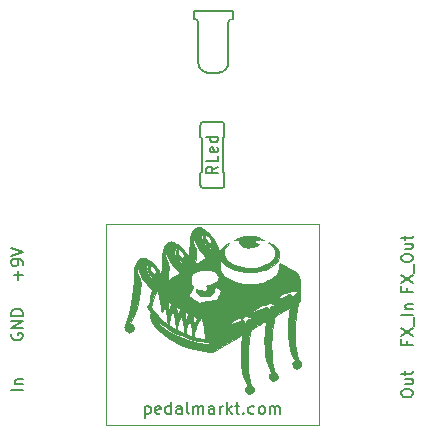
<source format=gbr>
G04 #@! TF.GenerationSoftware,KiCad,Pcbnew,(5.1.5-0-10_14)*
G04 #@! TF.CreationDate,2020-11-20T21:35:50+01:00*
G04 #@! TF.ProjectId,3pdt-90deg,33706474-2d39-4306-9465-672e6b696361,rev?*
G04 #@! TF.SameCoordinates,Original*
G04 #@! TF.FileFunction,Legend,Top*
G04 #@! TF.FilePolarity,Positive*
%FSLAX46Y46*%
G04 Gerber Fmt 4.6, Leading zero omitted, Abs format (unit mm)*
G04 Created by KiCad (PCBNEW (5.1.5-0-10_14)) date 2020-11-20 21:35:50*
%MOMM*%
%LPD*%
G04 APERTURE LIST*
%ADD10C,0.010000*%
%ADD11C,0.120000*%
%ADD12C,0.127000*%
%ADD13C,0.152400*%
%ADD14C,0.150000*%
G04 APERTURE END LIST*
D10*
G36*
X155896419Y-56569876D02*
G01*
X155880740Y-56585555D01*
X155865061Y-56569876D01*
X155880740Y-56554197D01*
X155896419Y-56569876D01*
G37*
X155896419Y-56569876D02*
X155880740Y-56585555D01*
X155865061Y-56569876D01*
X155880740Y-56554197D01*
X155896419Y-56569876D01*
G36*
X154414926Y-56006784D02*
G01*
X154563469Y-56011860D01*
X154679456Y-56022188D01*
X154777946Y-56039299D01*
X154873999Y-56064721D01*
X154908642Y-56075486D01*
X155016812Y-56114742D01*
X155135029Y-56165051D01*
X155250481Y-56219893D01*
X155350354Y-56272747D01*
X155421835Y-56317091D01*
X155452112Y-56346405D01*
X155451027Y-56351524D01*
X155416708Y-56350280D01*
X155342409Y-56333676D01*
X155287256Y-56318141D01*
X155113707Y-56288975D01*
X154954220Y-56305825D01*
X154823949Y-56366728D01*
X154806974Y-56380306D01*
X154750866Y-56447933D01*
X154748436Y-56512078D01*
X154797161Y-56577015D01*
X154883886Y-56627069D01*
X154983900Y-56648224D01*
X154988512Y-56648271D01*
X155041216Y-56661332D01*
X155037734Y-56699292D01*
X154978612Y-56760318D01*
X154947839Y-56784563D01*
X154790306Y-56872711D01*
X154592834Y-56937331D01*
X154374942Y-56974847D01*
X154156149Y-56981686D01*
X153985000Y-56960910D01*
X153784950Y-56901148D01*
X153619507Y-56816422D01*
X153494094Y-56712765D01*
X153414136Y-56596210D01*
X153385056Y-56472790D01*
X153412276Y-56348539D01*
X153420239Y-56332630D01*
X153433501Y-56289944D01*
X153409752Y-56273117D01*
X153342963Y-56282191D01*
X153227102Y-56317205D01*
X153177544Y-56334294D01*
X153081601Y-56365333D01*
X153012164Y-56382774D01*
X152987262Y-56383641D01*
X152997197Y-56355660D01*
X153053017Y-56310274D01*
X153142779Y-56254348D01*
X153254539Y-56194751D01*
X153376354Y-56138349D01*
X153491819Y-56093533D01*
X153597579Y-56058834D01*
X153688830Y-56034633D01*
X153780992Y-56019061D01*
X153889484Y-56010249D01*
X154029726Y-56006329D01*
X154217139Y-56005432D01*
X154218765Y-56005432D01*
X154414926Y-56006784D01*
G37*
X154414926Y-56006784D02*
X154563469Y-56011860D01*
X154679456Y-56022188D01*
X154777946Y-56039299D01*
X154873999Y-56064721D01*
X154908642Y-56075486D01*
X155016812Y-56114742D01*
X155135029Y-56165051D01*
X155250481Y-56219893D01*
X155350354Y-56272747D01*
X155421835Y-56317091D01*
X155452112Y-56346405D01*
X155451027Y-56351524D01*
X155416708Y-56350280D01*
X155342409Y-56333676D01*
X155287256Y-56318141D01*
X155113707Y-56288975D01*
X154954220Y-56305825D01*
X154823949Y-56366728D01*
X154806974Y-56380306D01*
X154750866Y-56447933D01*
X154748436Y-56512078D01*
X154797161Y-56577015D01*
X154883886Y-56627069D01*
X154983900Y-56648224D01*
X154988512Y-56648271D01*
X155041216Y-56661332D01*
X155037734Y-56699292D01*
X154978612Y-56760318D01*
X154947839Y-56784563D01*
X154790306Y-56872711D01*
X154592834Y-56937331D01*
X154374942Y-56974847D01*
X154156149Y-56981686D01*
X153985000Y-56960910D01*
X153784950Y-56901148D01*
X153619507Y-56816422D01*
X153494094Y-56712765D01*
X153414136Y-56596210D01*
X153385056Y-56472790D01*
X153412276Y-56348539D01*
X153420239Y-56332630D01*
X153433501Y-56289944D01*
X153409752Y-56273117D01*
X153342963Y-56282191D01*
X153227102Y-56317205D01*
X153177544Y-56334294D01*
X153081601Y-56365333D01*
X153012164Y-56382774D01*
X152987262Y-56383641D01*
X152997197Y-56355660D01*
X153053017Y-56310274D01*
X153142779Y-56254348D01*
X153254539Y-56194751D01*
X153376354Y-56138349D01*
X153491819Y-56093533D01*
X153597579Y-56058834D01*
X153688830Y-56034633D01*
X153780992Y-56019061D01*
X153889484Y-56010249D01*
X154029726Y-56006329D01*
X154217139Y-56005432D01*
X154218765Y-56005432D01*
X154414926Y-56006784D01*
G36*
X150040092Y-55250435D02*
G01*
X150138024Y-55284308D01*
X150233674Y-55329856D01*
X150308773Y-55378155D01*
X150345051Y-55420280D01*
X150346049Y-55426630D01*
X150372857Y-55449333D01*
X150423297Y-55456667D01*
X150490130Y-55480361D01*
X150585700Y-55545927D01*
X150701081Y-55645086D01*
X150827346Y-55769563D01*
X150955571Y-55911079D01*
X151076828Y-56061358D01*
X151080158Y-56065774D01*
X151327764Y-56438430D01*
X151514775Y-56818581D01*
X151571108Y-56967904D01*
X151612283Y-57083690D01*
X151646733Y-57174852D01*
X151668777Y-57226560D01*
X151672484Y-57232567D01*
X151710633Y-57230679D01*
X151776365Y-57193325D01*
X151855146Y-57131510D01*
X151932440Y-57056236D01*
X151977979Y-57001291D01*
X152083818Y-56886810D01*
X152227938Y-56770052D01*
X152388601Y-56666933D01*
X152525432Y-56600494D01*
X152650864Y-56550686D01*
X152541111Y-56637638D01*
X152339968Y-56822150D01*
X152194357Y-57014897D01*
X152141306Y-57114509D01*
X152094567Y-57229609D01*
X152074998Y-57330899D01*
X152076535Y-57453164D01*
X152078257Y-57476049D01*
X152107526Y-57653483D01*
X152169867Y-57808173D01*
X152273817Y-57955949D01*
X152415338Y-58101072D01*
X152661045Y-58288610D01*
X152951078Y-58442294D01*
X153276445Y-58561296D01*
X153628153Y-58644787D01*
X153997212Y-58691938D01*
X154374630Y-58701919D01*
X154751415Y-58673901D01*
X155118576Y-58607056D01*
X155467120Y-58500554D01*
X155692592Y-58403251D01*
X155951612Y-58254626D01*
X156154525Y-58089412D01*
X156306855Y-57902617D01*
X156369736Y-57791607D01*
X156423188Y-57675754D01*
X156451024Y-57586689D01*
X156458922Y-57496852D01*
X156453191Y-57386453D01*
X156421797Y-57206271D01*
X156353672Y-57045489D01*
X156241052Y-56890083D01*
X156098844Y-56746520D01*
X156018322Y-56670570D01*
X155963180Y-56613926D01*
X155943055Y-56586627D01*
X155944379Y-56585555D01*
X156005510Y-56604131D01*
X156099227Y-56653170D01*
X156210231Y-56722640D01*
X156323220Y-56802508D01*
X156422891Y-56882740D01*
X156478328Y-56935647D01*
X156639735Y-57145158D01*
X156740889Y-57360557D01*
X156783545Y-57578308D01*
X156769453Y-57794874D01*
X156700366Y-58006718D01*
X156578036Y-58210304D01*
X156404216Y-58402095D01*
X156180657Y-58578554D01*
X155909112Y-58736145D01*
X155591333Y-58871330D01*
X155504444Y-58901353D01*
X155105822Y-59006648D01*
X154689565Y-59067665D01*
X154265192Y-59085536D01*
X153842225Y-59061393D01*
X153430184Y-58996369D01*
X153038590Y-58891595D01*
X152676964Y-58748205D01*
X152354825Y-58567331D01*
X152284283Y-58518351D01*
X152104338Y-58372348D01*
X151969107Y-58221686D01*
X151862524Y-58046244D01*
X151804129Y-57917047D01*
X151727291Y-57730123D01*
X151726546Y-58202642D01*
X151731408Y-58472592D01*
X151749466Y-58691837D01*
X151784516Y-58871682D01*
X151840356Y-59023429D01*
X151920781Y-59158382D01*
X152029588Y-59287844D01*
X152121362Y-59378171D01*
X152373957Y-59574950D01*
X152680905Y-59745940D01*
X153038632Y-59889383D01*
X153346066Y-59979864D01*
X153446594Y-60003829D01*
X153541051Y-60021661D01*
X153641162Y-60034207D01*
X153758650Y-60042313D01*
X153905236Y-60046827D01*
X154092644Y-60048593D01*
X154297160Y-60048557D01*
X154525083Y-60047505D01*
X154702286Y-60044942D01*
X154840760Y-60039831D01*
X154952501Y-60031136D01*
X155049499Y-60017821D01*
X155143750Y-59998850D01*
X155247247Y-59973187D01*
X155284938Y-59963216D01*
X155563812Y-59874546D01*
X155834690Y-59761797D01*
X156083153Y-59632310D01*
X156294784Y-59493426D01*
X156426128Y-59382206D01*
X156585797Y-59206064D01*
X156695230Y-59032372D01*
X156763164Y-58842241D01*
X156798339Y-58616783D01*
X156801947Y-58569784D01*
X156821481Y-58278517D01*
X157480000Y-58655744D01*
X157719048Y-58794581D01*
X157908947Y-58909469D01*
X158056455Y-59004884D01*
X158168327Y-59085305D01*
X158251318Y-59155208D01*
X158286634Y-59190296D01*
X158351021Y-59261636D01*
X158402981Y-59329769D01*
X158443842Y-59402234D01*
X158474929Y-59486574D01*
X158497568Y-59590330D01*
X158513087Y-59721043D01*
X158522809Y-59886256D01*
X158528063Y-60093510D01*
X158530175Y-60350345D01*
X158530493Y-60577029D01*
X158530389Y-60839095D01*
X158529716Y-61045823D01*
X158527937Y-61204588D01*
X158524516Y-61322768D01*
X158518913Y-61407741D01*
X158510593Y-61466882D01*
X158499016Y-61507569D01*
X158483646Y-61537179D01*
X158463945Y-61563090D01*
X158458131Y-61570031D01*
X158431048Y-61610066D01*
X158406610Y-61666816D01*
X158382684Y-61749058D01*
X158357140Y-61865567D01*
X158327845Y-62025118D01*
X158292668Y-62236487D01*
X158285643Y-62280113D01*
X158237128Y-62586240D01*
X158198344Y-62842892D01*
X158168216Y-63062371D01*
X158145666Y-63256980D01*
X158129618Y-63439022D01*
X158118995Y-63620799D01*
X158112721Y-63814614D01*
X158109718Y-64032769D01*
X158108911Y-64287567D01*
X158108910Y-64299630D01*
X158111647Y-64649703D01*
X158120860Y-64951205D01*
X158137961Y-65218076D01*
X158164364Y-65464254D01*
X158201484Y-65703681D01*
X158250735Y-65950295D01*
X158296409Y-66148044D01*
X158335121Y-66296328D01*
X158369585Y-66396043D01*
X158405567Y-66460534D01*
X158448833Y-66503145D01*
X158450333Y-66504246D01*
X158544423Y-66603241D01*
X158614897Y-66734429D01*
X158649303Y-66871465D01*
X158649848Y-66926339D01*
X158638164Y-66993271D01*
X158607691Y-67044166D01*
X158544943Y-67095109D01*
X158467777Y-67143512D01*
X158366513Y-67198117D01*
X158277207Y-67235676D01*
X158227159Y-67247154D01*
X158136717Y-67219067D01*
X158046090Y-67145039D01*
X157965859Y-67040911D01*
X157906605Y-66922528D01*
X157878910Y-66805733D01*
X157883988Y-66733318D01*
X157922383Y-66662793D01*
X157990093Y-66594210D01*
X157998341Y-66588100D01*
X158093200Y-66520555D01*
X158029408Y-66417337D01*
X157957784Y-66282497D01*
X157879830Y-66103819D01*
X157802362Y-65898785D01*
X157732198Y-65684879D01*
X157699730Y-65571778D01*
X157588680Y-65055730D01*
X157523806Y-64499042D01*
X157505152Y-63903561D01*
X157532764Y-63271135D01*
X157606688Y-62603613D01*
X157624063Y-62485468D01*
X157646475Y-62331071D01*
X157663394Y-62200278D01*
X157673452Y-62104854D01*
X157675284Y-62056560D01*
X157674258Y-62053188D01*
X157644475Y-62064313D01*
X157568288Y-62102886D01*
X157453433Y-62164701D01*
X157307646Y-62245549D01*
X157138664Y-62341224D01*
X157031758Y-62402610D01*
X156402809Y-62765583D01*
X156371414Y-62913285D01*
X156343925Y-63056847D01*
X156311733Y-63247757D01*
X156276986Y-63471019D01*
X156241833Y-63711640D01*
X156208425Y-63954628D01*
X156178910Y-64184987D01*
X156155436Y-64387725D01*
X156144638Y-64495389D01*
X156131253Y-64696350D01*
X156123249Y-64937626D01*
X156120340Y-65206209D01*
X156122241Y-65489093D01*
X156128666Y-65773269D01*
X156139331Y-66045729D01*
X156153950Y-66293467D01*
X156172238Y-66503474D01*
X156191939Y-66651481D01*
X156239909Y-66917582D01*
X156284634Y-67129419D01*
X156328678Y-67295176D01*
X156374606Y-67423036D01*
X156424982Y-67521182D01*
X156482372Y-67597796D01*
X156491709Y-67607901D01*
X156596476Y-67743735D01*
X156659463Y-67880964D01*
X156674986Y-68005797D01*
X156669458Y-68039085D01*
X156629897Y-68099300D01*
X156549683Y-68168336D01*
X156447432Y-68234508D01*
X156341759Y-68286131D01*
X156251280Y-68311520D01*
X156233993Y-68312413D01*
X156139520Y-68282700D01*
X156046784Y-68206575D01*
X155967571Y-68099532D01*
X155913670Y-67977063D01*
X155896537Y-67868878D01*
X155908766Y-67778297D01*
X155956137Y-67709719D01*
X155995698Y-67675861D01*
X156094976Y-67598164D01*
X155981430Y-67367847D01*
X155811774Y-66960718D01*
X155680603Y-66507857D01*
X155588288Y-66013343D01*
X155535202Y-65481252D01*
X155521719Y-64915661D01*
X155548211Y-64320647D01*
X155615052Y-63700289D01*
X155633936Y-63569264D01*
X155653185Y-63430909D01*
X155666146Y-63316894D01*
X155671488Y-63240530D01*
X155669240Y-63215331D01*
X155638937Y-63225977D01*
X155562267Y-63264248D01*
X155446926Y-63325973D01*
X155300608Y-63406984D01*
X155131005Y-63503111D01*
X155015930Y-63569400D01*
X154378162Y-63939012D01*
X154336950Y-64142839D01*
X154293254Y-64382485D01*
X154249184Y-64666382D01*
X154207047Y-64976124D01*
X154169152Y-65293304D01*
X154137804Y-65599516D01*
X154115312Y-65876352D01*
X154110926Y-65945926D01*
X154097041Y-66625896D01*
X154134335Y-67293607D01*
X154221991Y-67938764D01*
X154299251Y-68314320D01*
X154335051Y-68453901D01*
X154370142Y-68550528D01*
X154413570Y-68623196D01*
X154474381Y-68690903D01*
X154482248Y-68698600D01*
X154574637Y-68812217D01*
X154636664Y-68936938D01*
X154662414Y-69056024D01*
X154645973Y-69152738D01*
X154644053Y-69156471D01*
X154593155Y-69212395D01*
X154504517Y-69278197D01*
X154399012Y-69341448D01*
X154297515Y-69389718D01*
X154220901Y-69410581D01*
X154217077Y-69410693D01*
X154156855Y-69389135D01*
X154082527Y-69334678D01*
X154056210Y-69309074D01*
X153961367Y-69195731D01*
X153909441Y-69093844D01*
X153890344Y-68981350D01*
X153889506Y-68944452D01*
X153897568Y-68855204D01*
X153931358Y-68799880D01*
X153983580Y-68763160D01*
X154046393Y-68721284D01*
X154077058Y-68691473D01*
X154077654Y-68689034D01*
X154064434Y-68654133D01*
X154029410Y-68578405D01*
X153979536Y-68476758D01*
X153967450Y-68452770D01*
X153847921Y-68180073D01*
X153739210Y-67859186D01*
X153645794Y-67504313D01*
X153600191Y-67287496D01*
X153578622Y-67169040D01*
X153561954Y-67059730D01*
X153549607Y-66949060D01*
X153541003Y-66826527D01*
X153535560Y-66681624D01*
X153532701Y-66503848D01*
X153531845Y-66282693D01*
X153532251Y-66055679D01*
X153533983Y-65772395D01*
X153537576Y-65540506D01*
X153543632Y-65348705D01*
X153552753Y-65185684D01*
X153565540Y-65040134D01*
X153582594Y-64900748D01*
X153599776Y-64785679D01*
X153623149Y-64633991D01*
X153641413Y-64506518D01*
X153652988Y-64415005D01*
X153656295Y-64371198D01*
X153655801Y-64369168D01*
X153627751Y-64382543D01*
X153550903Y-64424342D01*
X153430685Y-64491487D01*
X153272527Y-64580896D01*
X153081860Y-64689491D01*
X152864111Y-64814190D01*
X152624712Y-64951913D01*
X152412049Y-65074724D01*
X151177037Y-65789136D01*
X150800740Y-65786214D01*
X150418884Y-65762339D01*
X150003533Y-65699005D01*
X149566388Y-65600233D01*
X149119152Y-65470042D01*
X148673526Y-65312455D01*
X148241213Y-65131492D01*
X147833913Y-64931173D01*
X147463330Y-64715519D01*
X147238191Y-64562105D01*
X146825516Y-64223675D01*
X146447902Y-63840081D01*
X146115204Y-63421899D01*
X145962103Y-63192494D01*
X145885610Y-63067511D01*
X145837619Y-62978142D01*
X145812171Y-62907603D01*
X145803303Y-62839110D01*
X145805054Y-62755879D01*
X145805313Y-62751049D01*
X145814814Y-62575695D01*
X146000233Y-62827019D01*
X146158795Y-63022536D01*
X146355664Y-63235351D01*
X146575282Y-63450641D01*
X146802089Y-63653588D01*
X147020524Y-63829369D01*
X147148003Y-63920273D01*
X147463101Y-64114315D01*
X147824150Y-64307920D01*
X148214789Y-64493552D01*
X148618655Y-64663678D01*
X149019386Y-64810761D01*
X149225455Y-64876962D01*
X149428441Y-64934009D01*
X149655645Y-64990212D01*
X149892245Y-65042591D01*
X150123419Y-65088167D01*
X150334346Y-65123963D01*
X150510202Y-65147000D01*
X150603487Y-65153903D01*
X150832098Y-65161975D01*
X150842274Y-65036941D01*
X150856687Y-64946689D01*
X150879535Y-64880938D01*
X150885312Y-64872311D01*
X150906613Y-64836526D01*
X150890338Y-64832659D01*
X150849417Y-64855450D01*
X150796781Y-64899636D01*
X150782688Y-64914069D01*
X150735047Y-64959056D01*
X150686942Y-64980641D01*
X150617124Y-64983699D01*
X150518518Y-64974678D01*
X150236796Y-64933409D01*
X149915459Y-64868957D01*
X149571288Y-64785571D01*
X149221068Y-64687500D01*
X148881580Y-64578991D01*
X148768820Y-64538851D01*
X149553984Y-64538851D01*
X149816745Y-64606903D01*
X150012909Y-64656851D01*
X150189909Y-64700297D01*
X150337133Y-64734751D01*
X150443970Y-64757721D01*
X150496921Y-64766526D01*
X150521850Y-64751160D01*
X150526199Y-64691968D01*
X150520490Y-64636728D01*
X150510348Y-64558828D01*
X150494152Y-64433393D01*
X150473790Y-64275098D01*
X150451152Y-64098618D01*
X150440360Y-64014323D01*
X150414112Y-63829765D01*
X150385996Y-63659986D01*
X152330946Y-63659986D01*
X152336430Y-63662471D01*
X152362123Y-63643474D01*
X152408393Y-63618906D01*
X152503161Y-63576881D01*
X152636103Y-63521688D01*
X152796890Y-63457614D01*
X152973605Y-63389552D01*
X153172555Y-63313194D01*
X153319708Y-63253902D01*
X153422472Y-63208044D01*
X153488251Y-63171987D01*
X153524451Y-63142098D01*
X153538478Y-63114744D01*
X153538909Y-63112266D01*
X153548169Y-63066137D01*
X153567018Y-63050916D01*
X153609582Y-63067436D01*
X153689986Y-63116525D01*
X153698059Y-63121621D01*
X153781517Y-63189754D01*
X153833489Y-63262222D01*
X153839144Y-63278411D01*
X153866898Y-63344865D01*
X153900874Y-63349009D01*
X153940656Y-63290893D01*
X153952485Y-63264180D01*
X154024109Y-63148561D01*
X154122797Y-63063614D01*
X154231957Y-63021519D01*
X154284757Y-63020284D01*
X154351676Y-63024300D01*
X154369419Y-63008615D01*
X154355457Y-62974336D01*
X154277117Y-62888323D01*
X154159394Y-62828141D01*
X154022031Y-62798700D01*
X153884768Y-62804908D01*
X153795432Y-62835050D01*
X153591074Y-62920238D01*
X153376466Y-62976451D01*
X153270752Y-62990905D01*
X153112839Y-63026655D01*
X152968484Y-63099839D01*
X152857307Y-63199060D01*
X152822077Y-63251483D01*
X152773317Y-63309128D01*
X152689032Y-63379609D01*
X152604007Y-63437175D01*
X152501415Y-63504764D01*
X152413356Y-63571939D01*
X152367033Y-63615538D01*
X152330946Y-63659986D01*
X150385996Y-63659986D01*
X150382019Y-63635974D01*
X150346384Y-63443863D01*
X150309512Y-63264349D01*
X150273708Y-63108346D01*
X150241277Y-62986768D01*
X150214523Y-62910530D01*
X150203437Y-62892244D01*
X150173456Y-62901425D01*
X150122691Y-62958531D01*
X150056470Y-63054464D01*
X149980120Y-63180126D01*
X149898969Y-63326420D01*
X149818344Y-63484248D01*
X149743572Y-63644512D01*
X149693988Y-63762221D01*
X149625372Y-63957584D01*
X149585886Y-64134765D01*
X149570049Y-64285969D01*
X149553984Y-64538851D01*
X148768820Y-64538851D01*
X148699753Y-64514265D01*
X148132031Y-64281793D01*
X147619524Y-64025335D01*
X147158341Y-63741876D01*
X146744593Y-63428404D01*
X146374388Y-63081904D01*
X146043838Y-62699365D01*
X145749050Y-62277771D01*
X145691317Y-62183981D01*
X145634988Y-62084576D01*
X145594850Y-62002563D01*
X145579901Y-61956694D01*
X145955926Y-61956694D01*
X145962239Y-62040582D01*
X145986793Y-62117046D01*
X146038008Y-62205702D01*
X146101100Y-62294874D01*
X146231062Y-62457565D01*
X146396257Y-62643642D01*
X146582195Y-62838263D01*
X146774388Y-63026588D01*
X146958349Y-63193774D01*
X147067307Y-63284607D01*
X147172418Y-63366074D01*
X147258323Y-63428584D01*
X147314140Y-63464457D01*
X147329479Y-63469615D01*
X147330676Y-63435471D01*
X147325819Y-63361932D01*
X147429753Y-63361932D01*
X147433072Y-63468325D01*
X147448136Y-63533310D01*
X147482598Y-63578063D01*
X147517797Y-63605459D01*
X147588473Y-63652427D01*
X147683805Y-63711473D01*
X147789943Y-63774593D01*
X147893039Y-63833781D01*
X147979243Y-63881033D01*
X148034707Y-63908344D01*
X148047638Y-63911703D01*
X148046234Y-63879609D01*
X148037452Y-63795259D01*
X148037289Y-63793875D01*
X148135157Y-63793875D01*
X148140740Y-63872335D01*
X148153160Y-63924713D01*
X148178215Y-63965760D01*
X148227378Y-64004833D01*
X148312120Y-64051291D01*
X148428994Y-64107484D01*
X148567174Y-64171757D01*
X148658498Y-64211610D01*
X148712487Y-64230090D01*
X148738666Y-64230247D01*
X148746558Y-64215127D01*
X148746790Y-64209205D01*
X148744523Y-64186507D01*
X148856052Y-64186507D01*
X148886166Y-64263466D01*
X148955633Y-64321971D01*
X149071401Y-64375847D01*
X149124571Y-64396327D01*
X149262760Y-64446865D01*
X149352930Y-64474515D01*
X149405202Y-64479912D01*
X149429695Y-64463692D01*
X149436528Y-64426489D01*
X149436666Y-64415920D01*
X149430819Y-64292824D01*
X149414757Y-64141097D01*
X149390703Y-63972004D01*
X149360877Y-63796811D01*
X149327501Y-63626782D01*
X149292797Y-63473183D01*
X149258986Y-63347279D01*
X149228288Y-63260336D01*
X149202926Y-63223617D01*
X149201481Y-63223232D01*
X149169273Y-63246837D01*
X149123169Y-63317313D01*
X149068898Y-63421964D01*
X149012192Y-63548093D01*
X148958781Y-63683006D01*
X148914396Y-63814007D01*
X148886087Y-63921936D01*
X148858342Y-64077272D01*
X148856052Y-64186507D01*
X148744523Y-64186507D01*
X148742870Y-64169964D01*
X148732060Y-64079955D01*
X148715781Y-63950570D01*
X148695457Y-63793205D01*
X148683173Y-63699637D01*
X148646998Y-63445698D01*
X148610315Y-63225549D01*
X148574475Y-63045691D01*
X148540830Y-62912626D01*
X148510733Y-62832857D01*
X148499668Y-62817002D01*
X148474195Y-62829482D01*
X148430931Y-62887045D01*
X148376925Y-62977184D01*
X148319221Y-63087394D01*
X148264865Y-63205168D01*
X148226686Y-63301526D01*
X148177810Y-63468620D01*
X148146132Y-63640497D01*
X148135157Y-63793875D01*
X148037289Y-63793875D01*
X148022459Y-63668532D01*
X148002421Y-63509304D01*
X147979081Y-63331730D01*
X147950970Y-63133519D01*
X147921056Y-62942391D01*
X147891821Y-62772891D01*
X147865749Y-62639569D01*
X147848974Y-62569229D01*
X147818866Y-62467655D01*
X147797222Y-62417758D01*
X147777247Y-62410384D01*
X147752143Y-62436378D01*
X147751234Y-62437587D01*
X147654313Y-62594523D01*
X147566182Y-62787683D01*
X147494367Y-62995429D01*
X147446393Y-63196122D01*
X147429753Y-63361932D01*
X147325819Y-63361932D01*
X147325064Y-63350501D01*
X147313624Y-63226106D01*
X147297337Y-63073691D01*
X147289736Y-63007869D01*
X147253710Y-62727129D01*
X147217082Y-62488869D01*
X147180721Y-62297154D01*
X147145495Y-62156049D01*
X147112274Y-62069617D01*
X147083313Y-62041852D01*
X147055575Y-62067964D01*
X147010791Y-62136796D01*
X146958125Y-62234086D01*
X146952359Y-62245679D01*
X146900896Y-62344986D01*
X146858553Y-62417525D01*
X146833672Y-62449135D01*
X146832308Y-62449506D01*
X146821562Y-62420319D01*
X146806780Y-62340866D01*
X146789918Y-62223311D01*
X146773064Y-62081049D01*
X146735122Y-61767021D01*
X146728584Y-61722589D01*
X147335679Y-61722589D01*
X147345699Y-61863198D01*
X147371121Y-62012447D01*
X147387397Y-62075358D01*
X147439116Y-62245679D01*
X147499860Y-62112688D01*
X148072541Y-62112688D01*
X148077772Y-62212445D01*
X148092343Y-62326026D01*
X148113459Y-62439335D01*
X148138324Y-62538273D01*
X148164142Y-62608742D01*
X148188117Y-62636643D01*
X148196770Y-62632500D01*
X148212368Y-62600634D01*
X148245525Y-62525309D01*
X148261091Y-62488724D01*
X148779998Y-62488724D01*
X148785914Y-62591619D01*
X148797634Y-62707332D01*
X148813665Y-62819517D01*
X148832511Y-62911822D01*
X148842651Y-62945771D01*
X148867659Y-63003922D01*
X148891667Y-63022400D01*
X148920212Y-62996296D01*
X148958834Y-62920700D01*
X148960028Y-62917841D01*
X149478030Y-62917841D01*
X149483488Y-63013443D01*
X149498580Y-63125266D01*
X149520376Y-63239112D01*
X149545950Y-63340786D01*
X149572371Y-63416089D01*
X149596714Y-63450824D01*
X149607881Y-63447809D01*
X149623476Y-63415945D01*
X149656638Y-63340609D01*
X149701020Y-63236305D01*
X149714674Y-63203690D01*
X149763435Y-63085169D01*
X149785611Y-63009015D01*
X149776703Y-62958894D01*
X149732211Y-62918476D01*
X149647635Y-62871427D01*
X149618968Y-62856327D01*
X149545462Y-62819611D01*
X149508846Y-62812722D01*
X149491107Y-62835166D01*
X149485132Y-62852658D01*
X149478030Y-62917841D01*
X148960028Y-62917841D01*
X149010583Y-62796877D01*
X149051170Y-62693043D01*
X149080271Y-62612680D01*
X149091114Y-62574938D01*
X154333793Y-62574938D01*
X154339104Y-62594762D01*
X154381899Y-62566310D01*
X154394772Y-62555067D01*
X154447759Y-62522862D01*
X154548844Y-62474583D01*
X154686975Y-62415017D01*
X154851105Y-62348949D01*
X155010184Y-62288524D01*
X155211676Y-62212731D01*
X155359908Y-62153420D01*
X155461236Y-62107600D01*
X155522017Y-62072281D01*
X155548606Y-62044473D01*
X155551110Y-62034012D01*
X155569847Y-61987589D01*
X155590679Y-61979253D01*
X155666780Y-62002338D01*
X155752387Y-62058497D01*
X155822911Y-62128648D01*
X155851940Y-62181990D01*
X155878458Y-62247617D01*
X155910187Y-62251216D01*
X155948129Y-62192677D01*
X155957852Y-62170381D01*
X156039128Y-62039366D01*
X156150314Y-61958704D01*
X156273576Y-61933524D01*
X156350541Y-61930901D01*
X156376540Y-61917268D01*
X156363278Y-61883980D01*
X156355941Y-61872690D01*
X156279125Y-61798682D01*
X156167433Y-61736811D01*
X156048683Y-61700916D01*
X156002612Y-61696913D01*
X155920428Y-61710058D01*
X155810401Y-61744034D01*
X155725519Y-61778624D01*
X155588189Y-61829692D01*
X155433201Y-61870479D01*
X155351118Y-61884632D01*
X155169210Y-61919596D01*
X155029882Y-61978672D01*
X154914809Y-62071009D01*
X154864762Y-62127432D01*
X154789975Y-62203889D01*
X154683562Y-62294376D01*
X154567481Y-62380331D01*
X154557936Y-62386790D01*
X154457594Y-62458575D01*
X154379408Y-62522836D01*
X154337124Y-62568034D01*
X154333793Y-62574938D01*
X149091114Y-62574938D01*
X149091721Y-62572828D01*
X149091728Y-62572511D01*
X149067203Y-62546307D01*
X149006512Y-62502839D01*
X148928983Y-62454065D01*
X148853941Y-62411943D01*
X148800715Y-62388431D01*
X148791556Y-62386790D01*
X148781380Y-62414998D01*
X148779998Y-62488724D01*
X148261091Y-62488724D01*
X148289887Y-62421047D01*
X148303385Y-62388806D01*
X148347625Y-62280166D01*
X148379404Y-62197098D01*
X148393437Y-62153599D01*
X148393415Y-62150370D01*
X148364559Y-62133117D01*
X148298155Y-62094414D01*
X148241069Y-62061394D01*
X148156938Y-62014384D01*
X148111758Y-61997397D01*
X148090502Y-62008525D01*
X148079446Y-62040856D01*
X148072541Y-62112688D01*
X147499860Y-62112688D01*
X147527027Y-62053212D01*
X147575294Y-61942409D01*
X147613883Y-61844549D01*
X147632767Y-61786669D01*
X147635352Y-61739744D01*
X147609040Y-61699948D01*
X147542356Y-61654110D01*
X147493137Y-61626367D01*
X147335679Y-61540142D01*
X147335679Y-61722589D01*
X146728584Y-61722589D01*
X146691187Y-61468473D01*
X146643380Y-61197568D01*
X146621689Y-61096410D01*
X149123673Y-61096410D01*
X149151664Y-61133357D01*
X149233627Y-61196630D01*
X149367342Y-61284705D01*
X149550587Y-61396058D01*
X149617562Y-61435333D01*
X149776182Y-61527109D01*
X149916237Y-61607067D01*
X150028703Y-61670143D01*
X150104556Y-61711273D01*
X150134382Y-61725395D01*
X150154058Y-61701998D01*
X150157901Y-61671417D01*
X150164165Y-61651532D01*
X150187934Y-61633624D01*
X150236674Y-61615911D01*
X150317853Y-61596612D01*
X150438937Y-61573942D01*
X150607391Y-61546121D01*
X150719919Y-61528599D01*
X156309781Y-61528599D01*
X156320038Y-61530315D01*
X156369342Y-61493331D01*
X156377480Y-61486934D01*
X156432765Y-61455382D01*
X156535801Y-61407451D01*
X156675315Y-61347968D01*
X156840037Y-61281763D01*
X156992970Y-61223243D01*
X157201261Y-61143536D01*
X157354252Y-61080531D01*
X157456470Y-61032110D01*
X157512440Y-60996157D01*
X157527037Y-60973508D01*
X157536242Y-60920463D01*
X157570782Y-60907054D01*
X157641039Y-60932125D01*
X157687150Y-60955693D01*
X157786750Y-61027608D01*
X157830487Y-61108950D01*
X157853554Y-61176744D01*
X157884857Y-61186834D01*
X157927767Y-61138260D01*
X157965719Y-61070399D01*
X158045266Y-60961621D01*
X158148011Y-60886443D01*
X158256733Y-60855793D01*
X158299333Y-60858691D01*
X158359849Y-60861566D01*
X158366195Y-60835742D01*
X158318428Y-60779794D01*
X158303148Y-60765557D01*
X158181683Y-60676999D01*
X158056503Y-60635894D01*
X157915756Y-60641475D01*
X157747588Y-60692976D01*
X157673174Y-60724815D01*
X157524044Y-60781942D01*
X157389076Y-60814568D01*
X157331738Y-60819577D01*
X157159170Y-60847028D01*
X156995872Y-60920374D01*
X156865838Y-61028717D01*
X156862381Y-61032774D01*
X156807827Y-61100748D01*
X156773431Y-61149440D01*
X156769604Y-61156728D01*
X156739272Y-61185004D01*
X156669281Y-61235001D01*
X156573977Y-61296554D01*
X156560863Y-61304637D01*
X156458752Y-61372753D01*
X156376480Y-61437699D01*
X156330863Y-61486108D01*
X156329508Y-61488476D01*
X156309781Y-61528599D01*
X150719919Y-61528599D01*
X150824259Y-61512352D01*
X151022042Y-61481061D01*
X151198922Y-61451263D01*
X151345463Y-61424697D01*
X151452228Y-61403101D01*
X151509781Y-61388213D01*
X151516643Y-61384821D01*
X151540958Y-61346244D01*
X151582429Y-61265894D01*
X151635259Y-61156563D01*
X151693650Y-61031041D01*
X151751804Y-60902119D01*
X151803923Y-60782586D01*
X151844210Y-60685235D01*
X151866865Y-60622854D01*
X151869252Y-60606948D01*
X151837429Y-60585634D01*
X151765885Y-60541831D01*
X151669196Y-60484440D01*
X151654604Y-60475898D01*
X151453470Y-60358362D01*
X151339079Y-60423996D01*
X151271180Y-60467702D01*
X151237309Y-60512385D01*
X151225647Y-60581331D01*
X151224381Y-60650030D01*
X151200138Y-60808280D01*
X151127103Y-60932633D01*
X151003810Y-61024033D01*
X150828791Y-61083423D01*
X150600581Y-61111749D01*
X150502839Y-61114542D01*
X150354389Y-61113563D01*
X150247804Y-61105498D01*
X150162327Y-61086643D01*
X150077197Y-61053298D01*
X150027857Y-61029828D01*
X149883613Y-60937631D01*
X149794640Y-60825267D01*
X149754301Y-60682598D01*
X149750247Y-60605771D01*
X149750247Y-60480527D01*
X149946234Y-60541703D01*
X150145006Y-60593459D01*
X150325944Y-60620971D01*
X150477323Y-60623434D01*
X150587416Y-60600042D01*
X150611352Y-60587399D01*
X150672307Y-60513934D01*
X150692906Y-60415152D01*
X150671557Y-60315040D01*
X150633137Y-60259310D01*
X150606916Y-60229551D01*
X150607452Y-60209546D01*
X150644444Y-60194108D01*
X150727593Y-60178047D01*
X150809289Y-60165080D01*
X151064570Y-60106431D01*
X151276522Y-60020113D01*
X151443563Y-59911650D01*
X151564109Y-59786566D01*
X151636580Y-59650384D01*
X151659392Y-59508628D01*
X151630965Y-59366821D01*
X151549714Y-59230486D01*
X151414060Y-59105147D01*
X151222418Y-58996328D01*
X151152405Y-58967202D01*
X150902921Y-58893222D01*
X150641215Y-58855202D01*
X150377665Y-58851459D01*
X150122650Y-58880312D01*
X149886548Y-58940076D01*
X149679736Y-59029070D01*
X149512593Y-59145610D01*
X149421034Y-59247904D01*
X149380199Y-59308891D01*
X149353291Y-59363132D01*
X149337409Y-59425698D01*
X149329654Y-59511660D01*
X149327127Y-59636088D01*
X149326913Y-59737111D01*
X149328014Y-59894595D01*
X149332853Y-60003573D01*
X149343736Y-60078239D01*
X149362967Y-60132787D01*
X149392851Y-60181410D01*
X149400849Y-60192403D01*
X149474785Y-60292407D01*
X149298935Y-60668540D01*
X149233353Y-60812667D01*
X149178972Y-60939514D01*
X149140850Y-61036733D01*
X149124046Y-61091978D01*
X149123673Y-61096410D01*
X146621689Y-61096410D01*
X146593825Y-60966469D01*
X146550440Y-60805635D01*
X146483148Y-60588555D01*
X146385999Y-60742919D01*
X146275370Y-60939208D01*
X146173131Y-61158743D01*
X146084677Y-61386295D01*
X146015404Y-61606636D01*
X145970709Y-61804537D01*
X145955926Y-61956694D01*
X145579901Y-61956694D01*
X145579629Y-61955862D01*
X145605901Y-61916899D01*
X145670643Y-61875636D01*
X145685966Y-61868789D01*
X145792303Y-61824359D01*
X145803621Y-61467810D01*
X145809678Y-61310036D01*
X145818937Y-61195769D01*
X145835736Y-61105807D01*
X145864414Y-61020952D01*
X145909310Y-60922003D01*
X145941927Y-60855745D01*
X146068914Y-60600229D01*
X145931644Y-60466534D01*
X145695321Y-60219698D01*
X145475714Y-59957999D01*
X145278138Y-59689902D01*
X145107906Y-59423867D01*
X144970333Y-59168360D01*
X144870732Y-58931841D01*
X144814418Y-58722775D01*
X144812361Y-58708389D01*
X145480310Y-58708389D01*
X145500242Y-58860693D01*
X145550330Y-59025474D01*
X145627674Y-59190481D01*
X145729374Y-59343463D01*
X145750702Y-59369557D01*
X145838547Y-59457860D01*
X145947434Y-59545986D01*
X146057327Y-59619375D01*
X146148187Y-59663468D01*
X146159911Y-59666905D01*
X146213172Y-59681283D01*
X146228267Y-59686362D01*
X146258109Y-59679321D01*
X146312595Y-59660143D01*
X146385726Y-59613877D01*
X146424855Y-59567260D01*
X146444118Y-59526932D01*
X146432267Y-59521701D01*
X146378653Y-59549917D01*
X146364623Y-59557919D01*
X146305848Y-59587769D01*
X146258301Y-59593199D01*
X146198111Y-59572034D01*
X146128419Y-59536398D01*
X145965502Y-59422686D01*
X145822349Y-59270866D01*
X145708957Y-59096108D01*
X145635325Y-58913584D01*
X145611294Y-58751728D01*
X145617902Y-58706142D01*
X145815942Y-58706142D01*
X145847246Y-58875070D01*
X145935325Y-59025218D01*
X146075123Y-59148306D01*
X146092829Y-59159466D01*
X146165067Y-59202217D01*
X146206488Y-59214732D01*
X146240620Y-59198078D01*
X146274876Y-59167732D01*
X146319903Y-59101220D01*
X146331533Y-59050140D01*
X146308584Y-58937177D01*
X146249639Y-58817199D01*
X146166249Y-58703739D01*
X146069965Y-58610333D01*
X145972340Y-58550516D01*
X145893209Y-58536549D01*
X145847014Y-58547257D01*
X145823920Y-58576901D01*
X145816282Y-58642261D01*
X145815942Y-58706142D01*
X145617902Y-58706142D01*
X145630602Y-58618544D01*
X145689236Y-58534206D01*
X145787214Y-58498691D01*
X145811835Y-58497441D01*
X145873111Y-58493844D01*
X145878588Y-58481151D01*
X145852997Y-58463957D01*
X145747012Y-58431064D01*
X145634991Y-58439842D01*
X145544848Y-58487931D01*
X145542517Y-58490212D01*
X145493435Y-58580812D01*
X145480310Y-58708389D01*
X144812361Y-58708389D01*
X144807829Y-58676708D01*
X144791107Y-58568757D01*
X144773716Y-58518440D01*
X144757650Y-58520731D01*
X144744905Y-58570605D01*
X144737477Y-58663037D01*
X144737359Y-58793000D01*
X144739527Y-58848748D01*
X144748934Y-58991852D01*
X144764890Y-59103752D01*
X144793334Y-59207661D01*
X144840206Y-59326796D01*
X144890582Y-59439136D01*
X144952482Y-59581932D01*
X144997129Y-59709869D01*
X145025501Y-59835136D01*
X145038576Y-59969922D01*
X145037329Y-60126418D01*
X145022739Y-60316813D01*
X144995782Y-60553297D01*
X144986057Y-60630164D01*
X144907801Y-61163384D01*
X144816202Y-61649321D01*
X144712030Y-62085222D01*
X144596059Y-62468336D01*
X144469060Y-62795912D01*
X144331805Y-63065198D01*
X144279768Y-63147735D01*
X144140289Y-63355707D01*
X144246253Y-63421196D01*
X144330936Y-63497701D01*
X144408100Y-63607489D01*
X144463252Y-63726002D01*
X144482098Y-63820916D01*
X144473615Y-63898164D01*
X144440930Y-63960278D01*
X144373188Y-64019948D01*
X144259538Y-64089864D01*
X144245151Y-64097952D01*
X144141134Y-64154644D01*
X144073874Y-64183710D01*
X144025778Y-64188819D01*
X143979251Y-64173639D01*
X143950637Y-64159359D01*
X143852869Y-64082120D01*
X143763771Y-63965943D01*
X143699599Y-63834147D01*
X143683115Y-63775616D01*
X143678934Y-63710948D01*
X143694411Y-63631072D01*
X143733383Y-63521999D01*
X143786300Y-63399320D01*
X143932572Y-63034368D01*
X144061130Y-62628186D01*
X144172483Y-62177819D01*
X144267140Y-61680315D01*
X144345611Y-61132720D01*
X144408405Y-60532078D01*
X144456031Y-59875437D01*
X144481062Y-59370098D01*
X144493204Y-59100865D01*
X144506567Y-58884843D01*
X144523329Y-58712537D01*
X144545669Y-58574448D01*
X144575764Y-58461080D01*
X144615792Y-58362937D01*
X144667931Y-58270521D01*
X144734359Y-58174335D01*
X144764594Y-58133771D01*
X144891072Y-57987067D01*
X145012190Y-57894104D01*
X145138792Y-57848035D01*
X145229952Y-57839994D01*
X145364701Y-57856682D01*
X145491681Y-57901006D01*
X145589211Y-57964016D01*
X145621324Y-58001565D01*
X145679826Y-58048429D01*
X145727696Y-58059383D01*
X145786160Y-58082077D01*
X145874709Y-58144112D01*
X145983558Y-58236418D01*
X146102925Y-58349922D01*
X146223024Y-58475554D01*
X146334071Y-58604242D01*
X146383568Y-58667463D01*
X146477019Y-58800779D01*
X146574250Y-58953607D01*
X146641593Y-59070147D01*
X146698085Y-59170636D01*
X146744362Y-59245330D01*
X146771912Y-59280663D01*
X146774426Y-59281813D01*
X146785395Y-59259180D01*
X146796758Y-59188992D01*
X146808699Y-59068735D01*
X146821402Y-58895896D01*
X146835052Y-58667959D01*
X146849833Y-58382411D01*
X146865929Y-58036737D01*
X146866317Y-58028025D01*
X146879607Y-57754487D01*
X146893840Y-57534299D01*
X146911122Y-57358107D01*
X146920945Y-57296130D01*
X147120005Y-57296130D01*
X147120821Y-57423875D01*
X147122116Y-57453416D01*
X147132005Y-57591208D01*
X147149729Y-57704587D01*
X147180992Y-57815955D01*
X147231503Y-57947714D01*
X147272475Y-58043704D01*
X147354866Y-58251009D01*
X147403997Y-58420747D01*
X147422588Y-58546377D01*
X147423145Y-58639788D01*
X147416474Y-58779469D01*
X147404084Y-58949583D01*
X147387479Y-59134297D01*
X147368168Y-59317773D01*
X147347658Y-59484178D01*
X147327453Y-59617675D01*
X147314518Y-59682160D01*
X147309493Y-59736428D01*
X147319708Y-59752716D01*
X147354364Y-59737795D01*
X147430698Y-59697454D01*
X147536481Y-59638327D01*
X147628849Y-59585024D01*
X147781146Y-59496157D01*
X147944379Y-59401124D01*
X148091810Y-59315485D01*
X148144021Y-59285229D01*
X148372240Y-59153127D01*
X148149341Y-58911995D01*
X147870201Y-58589653D01*
X147634643Y-58274824D01*
X147445322Y-57972050D01*
X147304896Y-57685874D01*
X147216022Y-57420838D01*
X147210040Y-57388436D01*
X147869165Y-57388436D01*
X147904903Y-57552037D01*
X147973530Y-57722761D01*
X148069741Y-57889853D01*
X148188230Y-58042560D01*
X148323690Y-58170126D01*
X148470817Y-58261799D01*
X148480247Y-58266076D01*
X148586390Y-58302596D01*
X148667877Y-58298554D01*
X148749391Y-58252104D01*
X148758240Y-58245255D01*
X148814809Y-58191498D01*
X148840695Y-58148629D01*
X148840864Y-58146321D01*
X148821906Y-58139017D01*
X148779402Y-58168001D01*
X148693862Y-58207490D01*
X148590017Y-58197249D01*
X148475602Y-58144603D01*
X148358357Y-58056876D01*
X148246018Y-57941391D01*
X148146322Y-57805471D01*
X148067008Y-57656441D01*
X148015814Y-57501624D01*
X148004281Y-57434333D01*
X148004467Y-57286376D01*
X148044278Y-57183482D01*
X148122300Y-57128080D01*
X148187928Y-57118642D01*
X148253461Y-57121239D01*
X148264859Y-57137451D01*
X148230694Y-57179908D01*
X148230019Y-57180654D01*
X148188262Y-57270387D01*
X148192605Y-57384925D01*
X148238314Y-57512342D01*
X148320653Y-57640712D01*
X148434890Y-57758111D01*
X148470454Y-57786280D01*
X148562017Y-57830447D01*
X148635525Y-57821357D01*
X148684817Y-57767330D01*
X148703736Y-57676687D01*
X148686120Y-57557748D01*
X148671579Y-57514591D01*
X148601643Y-57384292D01*
X148502578Y-57268493D01*
X148384995Y-57172668D01*
X148259505Y-57102292D01*
X148136720Y-57062839D01*
X148027252Y-57059783D01*
X147941712Y-57098599D01*
X147917580Y-57125619D01*
X147871622Y-57242712D01*
X147869165Y-57388436D01*
X147210040Y-57388436D01*
X147187910Y-57268571D01*
X147171818Y-57172685D01*
X147154855Y-57133471D01*
X147139149Y-57144955D01*
X147126823Y-57201166D01*
X147120005Y-57296130D01*
X146920945Y-57296130D01*
X146933559Y-57216554D01*
X146963257Y-57100287D01*
X147002322Y-56999950D01*
X147052860Y-56906187D01*
X147116977Y-56809645D01*
X147151290Y-56762163D01*
X147271638Y-56616844D01*
X147385836Y-56523369D01*
X147506675Y-56473794D01*
X147637657Y-56460123D01*
X147719599Y-56473398D01*
X147817530Y-56507271D01*
X147913180Y-56552819D01*
X147988280Y-56601118D01*
X148024558Y-56643243D01*
X148025555Y-56649593D01*
X148052572Y-56671563D01*
X148110019Y-56679630D01*
X148175058Y-56703704D01*
X148268331Y-56770169D01*
X148381610Y-56870387D01*
X148506667Y-56995721D01*
X148635275Y-57137532D01*
X148759205Y-57287184D01*
X148870231Y-57436038D01*
X148954984Y-57566682D01*
X149027852Y-57689201D01*
X149075368Y-57763768D01*
X149103942Y-57796507D01*
X149119985Y-57793543D01*
X149129909Y-57761002D01*
X149134169Y-57737869D01*
X149140503Y-57678852D01*
X149148728Y-57567069D01*
X149158262Y-57412422D01*
X149168523Y-57224812D01*
X149178929Y-57014140D01*
X149186254Y-56852099D01*
X149199357Y-56572195D01*
X149213049Y-56346040D01*
X149229277Y-56164682D01*
X149240890Y-56083090D01*
X149438990Y-56083090D01*
X149442610Y-56230453D01*
X149452525Y-56368411D01*
X149470309Y-56482014D01*
X149501670Y-56593703D01*
X149552315Y-56725918D01*
X149592726Y-56820741D01*
X149652812Y-56967727D01*
X149697404Y-57102643D01*
X149727044Y-57235932D01*
X149742275Y-57378040D01*
X149743639Y-57539412D01*
X149731681Y-57730492D01*
X149706941Y-57961725D01*
X149669964Y-58243557D01*
X149667569Y-58260853D01*
X149646145Y-58415287D01*
X149797235Y-58330841D01*
X149885776Y-58280780D01*
X150010971Y-58209248D01*
X150155262Y-58126306D01*
X150283160Y-58052408D01*
X150617994Y-57858421D01*
X150357841Y-57562573D01*
X150090742Y-57237556D01*
X149871412Y-56925188D01*
X149702057Y-56629277D01*
X149584880Y-56353628D01*
X149536093Y-56165473D01*
X150189659Y-56165473D01*
X150225397Y-56329074D01*
X150294024Y-56499798D01*
X150390235Y-56666890D01*
X150508724Y-56819597D01*
X150644184Y-56947163D01*
X150791311Y-57038836D01*
X150800740Y-57043114D01*
X150906884Y-57079633D01*
X150988370Y-57075591D01*
X151069884Y-57029141D01*
X151078734Y-57022292D01*
X151135303Y-56968535D01*
X151161189Y-56925666D01*
X151161358Y-56923358D01*
X151142400Y-56916054D01*
X151099896Y-56945038D01*
X151014356Y-56984527D01*
X150910510Y-56974286D01*
X150796096Y-56921641D01*
X150678851Y-56833913D01*
X150566511Y-56718428D01*
X150466816Y-56582508D01*
X150387502Y-56433478D01*
X150336307Y-56278661D01*
X150324775Y-56211370D01*
X150324961Y-56063413D01*
X150364772Y-55960519D01*
X150442794Y-55905117D01*
X150508422Y-55895679D01*
X150573421Y-55898591D01*
X150584912Y-55914900D01*
X150554736Y-55953025D01*
X150508310Y-56048032D01*
X150511008Y-56166371D01*
X150559443Y-56297079D01*
X150650229Y-56429194D01*
X150725659Y-56506424D01*
X150835058Y-56588173D01*
X150920430Y-56613038D01*
X150983689Y-56581234D01*
X151010231Y-56538611D01*
X151029911Y-56459461D01*
X151016132Y-56362369D01*
X151008723Y-56336197D01*
X150948787Y-56203731D01*
X150857529Y-56083002D01*
X150745159Y-55979754D01*
X150621886Y-55899730D01*
X150497920Y-55848674D01*
X150383469Y-55832328D01*
X150288744Y-55856437D01*
X150238074Y-55902656D01*
X150192116Y-56019749D01*
X150189659Y-56165473D01*
X149536093Y-56165473D01*
X149525846Y-56125957D01*
X149500209Y-56000967D01*
X149476911Y-55936439D01*
X149457745Y-55930118D01*
X149444507Y-55979753D01*
X149438990Y-56083090D01*
X149240890Y-56083090D01*
X149249988Y-56019170D01*
X149277129Y-55900552D01*
X149312647Y-55799874D01*
X149358488Y-55708187D01*
X149416600Y-55616536D01*
X149471783Y-55539200D01*
X149592132Y-55393881D01*
X149706330Y-55300406D01*
X149827169Y-55250831D01*
X149958151Y-55237160D01*
X150040092Y-55250435D01*
G37*
X150040092Y-55250435D02*
X150138024Y-55284308D01*
X150233674Y-55329856D01*
X150308773Y-55378155D01*
X150345051Y-55420280D01*
X150346049Y-55426630D01*
X150372857Y-55449333D01*
X150423297Y-55456667D01*
X150490130Y-55480361D01*
X150585700Y-55545927D01*
X150701081Y-55645086D01*
X150827346Y-55769563D01*
X150955571Y-55911079D01*
X151076828Y-56061358D01*
X151080158Y-56065774D01*
X151327764Y-56438430D01*
X151514775Y-56818581D01*
X151571108Y-56967904D01*
X151612283Y-57083690D01*
X151646733Y-57174852D01*
X151668777Y-57226560D01*
X151672484Y-57232567D01*
X151710633Y-57230679D01*
X151776365Y-57193325D01*
X151855146Y-57131510D01*
X151932440Y-57056236D01*
X151977979Y-57001291D01*
X152083818Y-56886810D01*
X152227938Y-56770052D01*
X152388601Y-56666933D01*
X152525432Y-56600494D01*
X152650864Y-56550686D01*
X152541111Y-56637638D01*
X152339968Y-56822150D01*
X152194357Y-57014897D01*
X152141306Y-57114509D01*
X152094567Y-57229609D01*
X152074998Y-57330899D01*
X152076535Y-57453164D01*
X152078257Y-57476049D01*
X152107526Y-57653483D01*
X152169867Y-57808173D01*
X152273817Y-57955949D01*
X152415338Y-58101072D01*
X152661045Y-58288610D01*
X152951078Y-58442294D01*
X153276445Y-58561296D01*
X153628153Y-58644787D01*
X153997212Y-58691938D01*
X154374630Y-58701919D01*
X154751415Y-58673901D01*
X155118576Y-58607056D01*
X155467120Y-58500554D01*
X155692592Y-58403251D01*
X155951612Y-58254626D01*
X156154525Y-58089412D01*
X156306855Y-57902617D01*
X156369736Y-57791607D01*
X156423188Y-57675754D01*
X156451024Y-57586689D01*
X156458922Y-57496852D01*
X156453191Y-57386453D01*
X156421797Y-57206271D01*
X156353672Y-57045489D01*
X156241052Y-56890083D01*
X156098844Y-56746520D01*
X156018322Y-56670570D01*
X155963180Y-56613926D01*
X155943055Y-56586627D01*
X155944379Y-56585555D01*
X156005510Y-56604131D01*
X156099227Y-56653170D01*
X156210231Y-56722640D01*
X156323220Y-56802508D01*
X156422891Y-56882740D01*
X156478328Y-56935647D01*
X156639735Y-57145158D01*
X156740889Y-57360557D01*
X156783545Y-57578308D01*
X156769453Y-57794874D01*
X156700366Y-58006718D01*
X156578036Y-58210304D01*
X156404216Y-58402095D01*
X156180657Y-58578554D01*
X155909112Y-58736145D01*
X155591333Y-58871330D01*
X155504444Y-58901353D01*
X155105822Y-59006648D01*
X154689565Y-59067665D01*
X154265192Y-59085536D01*
X153842225Y-59061393D01*
X153430184Y-58996369D01*
X153038590Y-58891595D01*
X152676964Y-58748205D01*
X152354825Y-58567331D01*
X152284283Y-58518351D01*
X152104338Y-58372348D01*
X151969107Y-58221686D01*
X151862524Y-58046244D01*
X151804129Y-57917047D01*
X151727291Y-57730123D01*
X151726546Y-58202642D01*
X151731408Y-58472592D01*
X151749466Y-58691837D01*
X151784516Y-58871682D01*
X151840356Y-59023429D01*
X151920781Y-59158382D01*
X152029588Y-59287844D01*
X152121362Y-59378171D01*
X152373957Y-59574950D01*
X152680905Y-59745940D01*
X153038632Y-59889383D01*
X153346066Y-59979864D01*
X153446594Y-60003829D01*
X153541051Y-60021661D01*
X153641162Y-60034207D01*
X153758650Y-60042313D01*
X153905236Y-60046827D01*
X154092644Y-60048593D01*
X154297160Y-60048557D01*
X154525083Y-60047505D01*
X154702286Y-60044942D01*
X154840760Y-60039831D01*
X154952501Y-60031136D01*
X155049499Y-60017821D01*
X155143750Y-59998850D01*
X155247247Y-59973187D01*
X155284938Y-59963216D01*
X155563812Y-59874546D01*
X155834690Y-59761797D01*
X156083153Y-59632310D01*
X156294784Y-59493426D01*
X156426128Y-59382206D01*
X156585797Y-59206064D01*
X156695230Y-59032372D01*
X156763164Y-58842241D01*
X156798339Y-58616783D01*
X156801947Y-58569784D01*
X156821481Y-58278517D01*
X157480000Y-58655744D01*
X157719048Y-58794581D01*
X157908947Y-58909469D01*
X158056455Y-59004884D01*
X158168327Y-59085305D01*
X158251318Y-59155208D01*
X158286634Y-59190296D01*
X158351021Y-59261636D01*
X158402981Y-59329769D01*
X158443842Y-59402234D01*
X158474929Y-59486574D01*
X158497568Y-59590330D01*
X158513087Y-59721043D01*
X158522809Y-59886256D01*
X158528063Y-60093510D01*
X158530175Y-60350345D01*
X158530493Y-60577029D01*
X158530389Y-60839095D01*
X158529716Y-61045823D01*
X158527937Y-61204588D01*
X158524516Y-61322768D01*
X158518913Y-61407741D01*
X158510593Y-61466882D01*
X158499016Y-61507569D01*
X158483646Y-61537179D01*
X158463945Y-61563090D01*
X158458131Y-61570031D01*
X158431048Y-61610066D01*
X158406610Y-61666816D01*
X158382684Y-61749058D01*
X158357140Y-61865567D01*
X158327845Y-62025118D01*
X158292668Y-62236487D01*
X158285643Y-62280113D01*
X158237128Y-62586240D01*
X158198344Y-62842892D01*
X158168216Y-63062371D01*
X158145666Y-63256980D01*
X158129618Y-63439022D01*
X158118995Y-63620799D01*
X158112721Y-63814614D01*
X158109718Y-64032769D01*
X158108911Y-64287567D01*
X158108910Y-64299630D01*
X158111647Y-64649703D01*
X158120860Y-64951205D01*
X158137961Y-65218076D01*
X158164364Y-65464254D01*
X158201484Y-65703681D01*
X158250735Y-65950295D01*
X158296409Y-66148044D01*
X158335121Y-66296328D01*
X158369585Y-66396043D01*
X158405567Y-66460534D01*
X158448833Y-66503145D01*
X158450333Y-66504246D01*
X158544423Y-66603241D01*
X158614897Y-66734429D01*
X158649303Y-66871465D01*
X158649848Y-66926339D01*
X158638164Y-66993271D01*
X158607691Y-67044166D01*
X158544943Y-67095109D01*
X158467777Y-67143512D01*
X158366513Y-67198117D01*
X158277207Y-67235676D01*
X158227159Y-67247154D01*
X158136717Y-67219067D01*
X158046090Y-67145039D01*
X157965859Y-67040911D01*
X157906605Y-66922528D01*
X157878910Y-66805733D01*
X157883988Y-66733318D01*
X157922383Y-66662793D01*
X157990093Y-66594210D01*
X157998341Y-66588100D01*
X158093200Y-66520555D01*
X158029408Y-66417337D01*
X157957784Y-66282497D01*
X157879830Y-66103819D01*
X157802362Y-65898785D01*
X157732198Y-65684879D01*
X157699730Y-65571778D01*
X157588680Y-65055730D01*
X157523806Y-64499042D01*
X157505152Y-63903561D01*
X157532764Y-63271135D01*
X157606688Y-62603613D01*
X157624063Y-62485468D01*
X157646475Y-62331071D01*
X157663394Y-62200278D01*
X157673452Y-62104854D01*
X157675284Y-62056560D01*
X157674258Y-62053188D01*
X157644475Y-62064313D01*
X157568288Y-62102886D01*
X157453433Y-62164701D01*
X157307646Y-62245549D01*
X157138664Y-62341224D01*
X157031758Y-62402610D01*
X156402809Y-62765583D01*
X156371414Y-62913285D01*
X156343925Y-63056847D01*
X156311733Y-63247757D01*
X156276986Y-63471019D01*
X156241833Y-63711640D01*
X156208425Y-63954628D01*
X156178910Y-64184987D01*
X156155436Y-64387725D01*
X156144638Y-64495389D01*
X156131253Y-64696350D01*
X156123249Y-64937626D01*
X156120340Y-65206209D01*
X156122241Y-65489093D01*
X156128666Y-65773269D01*
X156139331Y-66045729D01*
X156153950Y-66293467D01*
X156172238Y-66503474D01*
X156191939Y-66651481D01*
X156239909Y-66917582D01*
X156284634Y-67129419D01*
X156328678Y-67295176D01*
X156374606Y-67423036D01*
X156424982Y-67521182D01*
X156482372Y-67597796D01*
X156491709Y-67607901D01*
X156596476Y-67743735D01*
X156659463Y-67880964D01*
X156674986Y-68005797D01*
X156669458Y-68039085D01*
X156629897Y-68099300D01*
X156549683Y-68168336D01*
X156447432Y-68234508D01*
X156341759Y-68286131D01*
X156251280Y-68311520D01*
X156233993Y-68312413D01*
X156139520Y-68282700D01*
X156046784Y-68206575D01*
X155967571Y-68099532D01*
X155913670Y-67977063D01*
X155896537Y-67868878D01*
X155908766Y-67778297D01*
X155956137Y-67709719D01*
X155995698Y-67675861D01*
X156094976Y-67598164D01*
X155981430Y-67367847D01*
X155811774Y-66960718D01*
X155680603Y-66507857D01*
X155588288Y-66013343D01*
X155535202Y-65481252D01*
X155521719Y-64915661D01*
X155548211Y-64320647D01*
X155615052Y-63700289D01*
X155633936Y-63569264D01*
X155653185Y-63430909D01*
X155666146Y-63316894D01*
X155671488Y-63240530D01*
X155669240Y-63215331D01*
X155638937Y-63225977D01*
X155562267Y-63264248D01*
X155446926Y-63325973D01*
X155300608Y-63406984D01*
X155131005Y-63503111D01*
X155015930Y-63569400D01*
X154378162Y-63939012D01*
X154336950Y-64142839D01*
X154293254Y-64382485D01*
X154249184Y-64666382D01*
X154207047Y-64976124D01*
X154169152Y-65293304D01*
X154137804Y-65599516D01*
X154115312Y-65876352D01*
X154110926Y-65945926D01*
X154097041Y-66625896D01*
X154134335Y-67293607D01*
X154221991Y-67938764D01*
X154299251Y-68314320D01*
X154335051Y-68453901D01*
X154370142Y-68550528D01*
X154413570Y-68623196D01*
X154474381Y-68690903D01*
X154482248Y-68698600D01*
X154574637Y-68812217D01*
X154636664Y-68936938D01*
X154662414Y-69056024D01*
X154645973Y-69152738D01*
X154644053Y-69156471D01*
X154593155Y-69212395D01*
X154504517Y-69278197D01*
X154399012Y-69341448D01*
X154297515Y-69389718D01*
X154220901Y-69410581D01*
X154217077Y-69410693D01*
X154156855Y-69389135D01*
X154082527Y-69334678D01*
X154056210Y-69309074D01*
X153961367Y-69195731D01*
X153909441Y-69093844D01*
X153890344Y-68981350D01*
X153889506Y-68944452D01*
X153897568Y-68855204D01*
X153931358Y-68799880D01*
X153983580Y-68763160D01*
X154046393Y-68721284D01*
X154077058Y-68691473D01*
X154077654Y-68689034D01*
X154064434Y-68654133D01*
X154029410Y-68578405D01*
X153979536Y-68476758D01*
X153967450Y-68452770D01*
X153847921Y-68180073D01*
X153739210Y-67859186D01*
X153645794Y-67504313D01*
X153600191Y-67287496D01*
X153578622Y-67169040D01*
X153561954Y-67059730D01*
X153549607Y-66949060D01*
X153541003Y-66826527D01*
X153535560Y-66681624D01*
X153532701Y-66503848D01*
X153531845Y-66282693D01*
X153532251Y-66055679D01*
X153533983Y-65772395D01*
X153537576Y-65540506D01*
X153543632Y-65348705D01*
X153552753Y-65185684D01*
X153565540Y-65040134D01*
X153582594Y-64900748D01*
X153599776Y-64785679D01*
X153623149Y-64633991D01*
X153641413Y-64506518D01*
X153652988Y-64415005D01*
X153656295Y-64371198D01*
X153655801Y-64369168D01*
X153627751Y-64382543D01*
X153550903Y-64424342D01*
X153430685Y-64491487D01*
X153272527Y-64580896D01*
X153081860Y-64689491D01*
X152864111Y-64814190D01*
X152624712Y-64951913D01*
X152412049Y-65074724D01*
X151177037Y-65789136D01*
X150800740Y-65786214D01*
X150418884Y-65762339D01*
X150003533Y-65699005D01*
X149566388Y-65600233D01*
X149119152Y-65470042D01*
X148673526Y-65312455D01*
X148241213Y-65131492D01*
X147833913Y-64931173D01*
X147463330Y-64715519D01*
X147238191Y-64562105D01*
X146825516Y-64223675D01*
X146447902Y-63840081D01*
X146115204Y-63421899D01*
X145962103Y-63192494D01*
X145885610Y-63067511D01*
X145837619Y-62978142D01*
X145812171Y-62907603D01*
X145803303Y-62839110D01*
X145805054Y-62755879D01*
X145805313Y-62751049D01*
X145814814Y-62575695D01*
X146000233Y-62827019D01*
X146158795Y-63022536D01*
X146355664Y-63235351D01*
X146575282Y-63450641D01*
X146802089Y-63653588D01*
X147020524Y-63829369D01*
X147148003Y-63920273D01*
X147463101Y-64114315D01*
X147824150Y-64307920D01*
X148214789Y-64493552D01*
X148618655Y-64663678D01*
X149019386Y-64810761D01*
X149225455Y-64876962D01*
X149428441Y-64934009D01*
X149655645Y-64990212D01*
X149892245Y-65042591D01*
X150123419Y-65088167D01*
X150334346Y-65123963D01*
X150510202Y-65147000D01*
X150603487Y-65153903D01*
X150832098Y-65161975D01*
X150842274Y-65036941D01*
X150856687Y-64946689D01*
X150879535Y-64880938D01*
X150885312Y-64872311D01*
X150906613Y-64836526D01*
X150890338Y-64832659D01*
X150849417Y-64855450D01*
X150796781Y-64899636D01*
X150782688Y-64914069D01*
X150735047Y-64959056D01*
X150686942Y-64980641D01*
X150617124Y-64983699D01*
X150518518Y-64974678D01*
X150236796Y-64933409D01*
X149915459Y-64868957D01*
X149571288Y-64785571D01*
X149221068Y-64687500D01*
X148881580Y-64578991D01*
X148768820Y-64538851D01*
X149553984Y-64538851D01*
X149816745Y-64606903D01*
X150012909Y-64656851D01*
X150189909Y-64700297D01*
X150337133Y-64734751D01*
X150443970Y-64757721D01*
X150496921Y-64766526D01*
X150521850Y-64751160D01*
X150526199Y-64691968D01*
X150520490Y-64636728D01*
X150510348Y-64558828D01*
X150494152Y-64433393D01*
X150473790Y-64275098D01*
X150451152Y-64098618D01*
X150440360Y-64014323D01*
X150414112Y-63829765D01*
X150385996Y-63659986D01*
X152330946Y-63659986D01*
X152336430Y-63662471D01*
X152362123Y-63643474D01*
X152408393Y-63618906D01*
X152503161Y-63576881D01*
X152636103Y-63521688D01*
X152796890Y-63457614D01*
X152973605Y-63389552D01*
X153172555Y-63313194D01*
X153319708Y-63253902D01*
X153422472Y-63208044D01*
X153488251Y-63171987D01*
X153524451Y-63142098D01*
X153538478Y-63114744D01*
X153538909Y-63112266D01*
X153548169Y-63066137D01*
X153567018Y-63050916D01*
X153609582Y-63067436D01*
X153689986Y-63116525D01*
X153698059Y-63121621D01*
X153781517Y-63189754D01*
X153833489Y-63262222D01*
X153839144Y-63278411D01*
X153866898Y-63344865D01*
X153900874Y-63349009D01*
X153940656Y-63290893D01*
X153952485Y-63264180D01*
X154024109Y-63148561D01*
X154122797Y-63063614D01*
X154231957Y-63021519D01*
X154284757Y-63020284D01*
X154351676Y-63024300D01*
X154369419Y-63008615D01*
X154355457Y-62974336D01*
X154277117Y-62888323D01*
X154159394Y-62828141D01*
X154022031Y-62798700D01*
X153884768Y-62804908D01*
X153795432Y-62835050D01*
X153591074Y-62920238D01*
X153376466Y-62976451D01*
X153270752Y-62990905D01*
X153112839Y-63026655D01*
X152968484Y-63099839D01*
X152857307Y-63199060D01*
X152822077Y-63251483D01*
X152773317Y-63309128D01*
X152689032Y-63379609D01*
X152604007Y-63437175D01*
X152501415Y-63504764D01*
X152413356Y-63571939D01*
X152367033Y-63615538D01*
X152330946Y-63659986D01*
X150385996Y-63659986D01*
X150382019Y-63635974D01*
X150346384Y-63443863D01*
X150309512Y-63264349D01*
X150273708Y-63108346D01*
X150241277Y-62986768D01*
X150214523Y-62910530D01*
X150203437Y-62892244D01*
X150173456Y-62901425D01*
X150122691Y-62958531D01*
X150056470Y-63054464D01*
X149980120Y-63180126D01*
X149898969Y-63326420D01*
X149818344Y-63484248D01*
X149743572Y-63644512D01*
X149693988Y-63762221D01*
X149625372Y-63957584D01*
X149585886Y-64134765D01*
X149570049Y-64285969D01*
X149553984Y-64538851D01*
X148768820Y-64538851D01*
X148699753Y-64514265D01*
X148132031Y-64281793D01*
X147619524Y-64025335D01*
X147158341Y-63741876D01*
X146744593Y-63428404D01*
X146374388Y-63081904D01*
X146043838Y-62699365D01*
X145749050Y-62277771D01*
X145691317Y-62183981D01*
X145634988Y-62084576D01*
X145594850Y-62002563D01*
X145579901Y-61956694D01*
X145955926Y-61956694D01*
X145962239Y-62040582D01*
X145986793Y-62117046D01*
X146038008Y-62205702D01*
X146101100Y-62294874D01*
X146231062Y-62457565D01*
X146396257Y-62643642D01*
X146582195Y-62838263D01*
X146774388Y-63026588D01*
X146958349Y-63193774D01*
X147067307Y-63284607D01*
X147172418Y-63366074D01*
X147258323Y-63428584D01*
X147314140Y-63464457D01*
X147329479Y-63469615D01*
X147330676Y-63435471D01*
X147325819Y-63361932D01*
X147429753Y-63361932D01*
X147433072Y-63468325D01*
X147448136Y-63533310D01*
X147482598Y-63578063D01*
X147517797Y-63605459D01*
X147588473Y-63652427D01*
X147683805Y-63711473D01*
X147789943Y-63774593D01*
X147893039Y-63833781D01*
X147979243Y-63881033D01*
X148034707Y-63908344D01*
X148047638Y-63911703D01*
X148046234Y-63879609D01*
X148037452Y-63795259D01*
X148037289Y-63793875D01*
X148135157Y-63793875D01*
X148140740Y-63872335D01*
X148153160Y-63924713D01*
X148178215Y-63965760D01*
X148227378Y-64004833D01*
X148312120Y-64051291D01*
X148428994Y-64107484D01*
X148567174Y-64171757D01*
X148658498Y-64211610D01*
X148712487Y-64230090D01*
X148738666Y-64230247D01*
X148746558Y-64215127D01*
X148746790Y-64209205D01*
X148744523Y-64186507D01*
X148856052Y-64186507D01*
X148886166Y-64263466D01*
X148955633Y-64321971D01*
X149071401Y-64375847D01*
X149124571Y-64396327D01*
X149262760Y-64446865D01*
X149352930Y-64474515D01*
X149405202Y-64479912D01*
X149429695Y-64463692D01*
X149436528Y-64426489D01*
X149436666Y-64415920D01*
X149430819Y-64292824D01*
X149414757Y-64141097D01*
X149390703Y-63972004D01*
X149360877Y-63796811D01*
X149327501Y-63626782D01*
X149292797Y-63473183D01*
X149258986Y-63347279D01*
X149228288Y-63260336D01*
X149202926Y-63223617D01*
X149201481Y-63223232D01*
X149169273Y-63246837D01*
X149123169Y-63317313D01*
X149068898Y-63421964D01*
X149012192Y-63548093D01*
X148958781Y-63683006D01*
X148914396Y-63814007D01*
X148886087Y-63921936D01*
X148858342Y-64077272D01*
X148856052Y-64186507D01*
X148744523Y-64186507D01*
X148742870Y-64169964D01*
X148732060Y-64079955D01*
X148715781Y-63950570D01*
X148695457Y-63793205D01*
X148683173Y-63699637D01*
X148646998Y-63445698D01*
X148610315Y-63225549D01*
X148574475Y-63045691D01*
X148540830Y-62912626D01*
X148510733Y-62832857D01*
X148499668Y-62817002D01*
X148474195Y-62829482D01*
X148430931Y-62887045D01*
X148376925Y-62977184D01*
X148319221Y-63087394D01*
X148264865Y-63205168D01*
X148226686Y-63301526D01*
X148177810Y-63468620D01*
X148146132Y-63640497D01*
X148135157Y-63793875D01*
X148037289Y-63793875D01*
X148022459Y-63668532D01*
X148002421Y-63509304D01*
X147979081Y-63331730D01*
X147950970Y-63133519D01*
X147921056Y-62942391D01*
X147891821Y-62772891D01*
X147865749Y-62639569D01*
X147848974Y-62569229D01*
X147818866Y-62467655D01*
X147797222Y-62417758D01*
X147777247Y-62410384D01*
X147752143Y-62436378D01*
X147751234Y-62437587D01*
X147654313Y-62594523D01*
X147566182Y-62787683D01*
X147494367Y-62995429D01*
X147446393Y-63196122D01*
X147429753Y-63361932D01*
X147325819Y-63361932D01*
X147325064Y-63350501D01*
X147313624Y-63226106D01*
X147297337Y-63073691D01*
X147289736Y-63007869D01*
X147253710Y-62727129D01*
X147217082Y-62488869D01*
X147180721Y-62297154D01*
X147145495Y-62156049D01*
X147112274Y-62069617D01*
X147083313Y-62041852D01*
X147055575Y-62067964D01*
X147010791Y-62136796D01*
X146958125Y-62234086D01*
X146952359Y-62245679D01*
X146900896Y-62344986D01*
X146858553Y-62417525D01*
X146833672Y-62449135D01*
X146832308Y-62449506D01*
X146821562Y-62420319D01*
X146806780Y-62340866D01*
X146789918Y-62223311D01*
X146773064Y-62081049D01*
X146735122Y-61767021D01*
X146728584Y-61722589D01*
X147335679Y-61722589D01*
X147345699Y-61863198D01*
X147371121Y-62012447D01*
X147387397Y-62075358D01*
X147439116Y-62245679D01*
X147499860Y-62112688D01*
X148072541Y-62112688D01*
X148077772Y-62212445D01*
X148092343Y-62326026D01*
X148113459Y-62439335D01*
X148138324Y-62538273D01*
X148164142Y-62608742D01*
X148188117Y-62636643D01*
X148196770Y-62632500D01*
X148212368Y-62600634D01*
X148245525Y-62525309D01*
X148261091Y-62488724D01*
X148779998Y-62488724D01*
X148785914Y-62591619D01*
X148797634Y-62707332D01*
X148813665Y-62819517D01*
X148832511Y-62911822D01*
X148842651Y-62945771D01*
X148867659Y-63003922D01*
X148891667Y-63022400D01*
X148920212Y-62996296D01*
X148958834Y-62920700D01*
X148960028Y-62917841D01*
X149478030Y-62917841D01*
X149483488Y-63013443D01*
X149498580Y-63125266D01*
X149520376Y-63239112D01*
X149545950Y-63340786D01*
X149572371Y-63416089D01*
X149596714Y-63450824D01*
X149607881Y-63447809D01*
X149623476Y-63415945D01*
X149656638Y-63340609D01*
X149701020Y-63236305D01*
X149714674Y-63203690D01*
X149763435Y-63085169D01*
X149785611Y-63009015D01*
X149776703Y-62958894D01*
X149732211Y-62918476D01*
X149647635Y-62871427D01*
X149618968Y-62856327D01*
X149545462Y-62819611D01*
X149508846Y-62812722D01*
X149491107Y-62835166D01*
X149485132Y-62852658D01*
X149478030Y-62917841D01*
X148960028Y-62917841D01*
X149010583Y-62796877D01*
X149051170Y-62693043D01*
X149080271Y-62612680D01*
X149091114Y-62574938D01*
X154333793Y-62574938D01*
X154339104Y-62594762D01*
X154381899Y-62566310D01*
X154394772Y-62555067D01*
X154447759Y-62522862D01*
X154548844Y-62474583D01*
X154686975Y-62415017D01*
X154851105Y-62348949D01*
X155010184Y-62288524D01*
X155211676Y-62212731D01*
X155359908Y-62153420D01*
X155461236Y-62107600D01*
X155522017Y-62072281D01*
X155548606Y-62044473D01*
X155551110Y-62034012D01*
X155569847Y-61987589D01*
X155590679Y-61979253D01*
X155666780Y-62002338D01*
X155752387Y-62058497D01*
X155822911Y-62128648D01*
X155851940Y-62181990D01*
X155878458Y-62247617D01*
X155910187Y-62251216D01*
X155948129Y-62192677D01*
X155957852Y-62170381D01*
X156039128Y-62039366D01*
X156150314Y-61958704D01*
X156273576Y-61933524D01*
X156350541Y-61930901D01*
X156376540Y-61917268D01*
X156363278Y-61883980D01*
X156355941Y-61872690D01*
X156279125Y-61798682D01*
X156167433Y-61736811D01*
X156048683Y-61700916D01*
X156002612Y-61696913D01*
X155920428Y-61710058D01*
X155810401Y-61744034D01*
X155725519Y-61778624D01*
X155588189Y-61829692D01*
X155433201Y-61870479D01*
X155351118Y-61884632D01*
X155169210Y-61919596D01*
X155029882Y-61978672D01*
X154914809Y-62071009D01*
X154864762Y-62127432D01*
X154789975Y-62203889D01*
X154683562Y-62294376D01*
X154567481Y-62380331D01*
X154557936Y-62386790D01*
X154457594Y-62458575D01*
X154379408Y-62522836D01*
X154337124Y-62568034D01*
X154333793Y-62574938D01*
X149091114Y-62574938D01*
X149091721Y-62572828D01*
X149091728Y-62572511D01*
X149067203Y-62546307D01*
X149006512Y-62502839D01*
X148928983Y-62454065D01*
X148853941Y-62411943D01*
X148800715Y-62388431D01*
X148791556Y-62386790D01*
X148781380Y-62414998D01*
X148779998Y-62488724D01*
X148261091Y-62488724D01*
X148289887Y-62421047D01*
X148303385Y-62388806D01*
X148347625Y-62280166D01*
X148379404Y-62197098D01*
X148393437Y-62153599D01*
X148393415Y-62150370D01*
X148364559Y-62133117D01*
X148298155Y-62094414D01*
X148241069Y-62061394D01*
X148156938Y-62014384D01*
X148111758Y-61997397D01*
X148090502Y-62008525D01*
X148079446Y-62040856D01*
X148072541Y-62112688D01*
X147499860Y-62112688D01*
X147527027Y-62053212D01*
X147575294Y-61942409D01*
X147613883Y-61844549D01*
X147632767Y-61786669D01*
X147635352Y-61739744D01*
X147609040Y-61699948D01*
X147542356Y-61654110D01*
X147493137Y-61626367D01*
X147335679Y-61540142D01*
X147335679Y-61722589D01*
X146728584Y-61722589D01*
X146691187Y-61468473D01*
X146643380Y-61197568D01*
X146621689Y-61096410D01*
X149123673Y-61096410D01*
X149151664Y-61133357D01*
X149233627Y-61196630D01*
X149367342Y-61284705D01*
X149550587Y-61396058D01*
X149617562Y-61435333D01*
X149776182Y-61527109D01*
X149916237Y-61607067D01*
X150028703Y-61670143D01*
X150104556Y-61711273D01*
X150134382Y-61725395D01*
X150154058Y-61701998D01*
X150157901Y-61671417D01*
X150164165Y-61651532D01*
X150187934Y-61633624D01*
X150236674Y-61615911D01*
X150317853Y-61596612D01*
X150438937Y-61573942D01*
X150607391Y-61546121D01*
X150719919Y-61528599D01*
X156309781Y-61528599D01*
X156320038Y-61530315D01*
X156369342Y-61493331D01*
X156377480Y-61486934D01*
X156432765Y-61455382D01*
X156535801Y-61407451D01*
X156675315Y-61347968D01*
X156840037Y-61281763D01*
X156992970Y-61223243D01*
X157201261Y-61143536D01*
X157354252Y-61080531D01*
X157456470Y-61032110D01*
X157512440Y-60996157D01*
X157527037Y-60973508D01*
X157536242Y-60920463D01*
X157570782Y-60907054D01*
X157641039Y-60932125D01*
X157687150Y-60955693D01*
X157786750Y-61027608D01*
X157830487Y-61108950D01*
X157853554Y-61176744D01*
X157884857Y-61186834D01*
X157927767Y-61138260D01*
X157965719Y-61070399D01*
X158045266Y-60961621D01*
X158148011Y-60886443D01*
X158256733Y-60855793D01*
X158299333Y-60858691D01*
X158359849Y-60861566D01*
X158366195Y-60835742D01*
X158318428Y-60779794D01*
X158303148Y-60765557D01*
X158181683Y-60676999D01*
X158056503Y-60635894D01*
X157915756Y-60641475D01*
X157747588Y-60692976D01*
X157673174Y-60724815D01*
X157524044Y-60781942D01*
X157389076Y-60814568D01*
X157331738Y-60819577D01*
X157159170Y-60847028D01*
X156995872Y-60920374D01*
X156865838Y-61028717D01*
X156862381Y-61032774D01*
X156807827Y-61100748D01*
X156773431Y-61149440D01*
X156769604Y-61156728D01*
X156739272Y-61185004D01*
X156669281Y-61235001D01*
X156573977Y-61296554D01*
X156560863Y-61304637D01*
X156458752Y-61372753D01*
X156376480Y-61437699D01*
X156330863Y-61486108D01*
X156329508Y-61488476D01*
X156309781Y-61528599D01*
X150719919Y-61528599D01*
X150824259Y-61512352D01*
X151022042Y-61481061D01*
X151198922Y-61451263D01*
X151345463Y-61424697D01*
X151452228Y-61403101D01*
X151509781Y-61388213D01*
X151516643Y-61384821D01*
X151540958Y-61346244D01*
X151582429Y-61265894D01*
X151635259Y-61156563D01*
X151693650Y-61031041D01*
X151751804Y-60902119D01*
X151803923Y-60782586D01*
X151844210Y-60685235D01*
X151866865Y-60622854D01*
X151869252Y-60606948D01*
X151837429Y-60585634D01*
X151765885Y-60541831D01*
X151669196Y-60484440D01*
X151654604Y-60475898D01*
X151453470Y-60358362D01*
X151339079Y-60423996D01*
X151271180Y-60467702D01*
X151237309Y-60512385D01*
X151225647Y-60581331D01*
X151224381Y-60650030D01*
X151200138Y-60808280D01*
X151127103Y-60932633D01*
X151003810Y-61024033D01*
X150828791Y-61083423D01*
X150600581Y-61111749D01*
X150502839Y-61114542D01*
X150354389Y-61113563D01*
X150247804Y-61105498D01*
X150162327Y-61086643D01*
X150077197Y-61053298D01*
X150027857Y-61029828D01*
X149883613Y-60937631D01*
X149794640Y-60825267D01*
X149754301Y-60682598D01*
X149750247Y-60605771D01*
X149750247Y-60480527D01*
X149946234Y-60541703D01*
X150145006Y-60593459D01*
X150325944Y-60620971D01*
X150477323Y-60623434D01*
X150587416Y-60600042D01*
X150611352Y-60587399D01*
X150672307Y-60513934D01*
X150692906Y-60415152D01*
X150671557Y-60315040D01*
X150633137Y-60259310D01*
X150606916Y-60229551D01*
X150607452Y-60209546D01*
X150644444Y-60194108D01*
X150727593Y-60178047D01*
X150809289Y-60165080D01*
X151064570Y-60106431D01*
X151276522Y-60020113D01*
X151443563Y-59911650D01*
X151564109Y-59786566D01*
X151636580Y-59650384D01*
X151659392Y-59508628D01*
X151630965Y-59366821D01*
X151549714Y-59230486D01*
X151414060Y-59105147D01*
X151222418Y-58996328D01*
X151152405Y-58967202D01*
X150902921Y-58893222D01*
X150641215Y-58855202D01*
X150377665Y-58851459D01*
X150122650Y-58880312D01*
X149886548Y-58940076D01*
X149679736Y-59029070D01*
X149512593Y-59145610D01*
X149421034Y-59247904D01*
X149380199Y-59308891D01*
X149353291Y-59363132D01*
X149337409Y-59425698D01*
X149329654Y-59511660D01*
X149327127Y-59636088D01*
X149326913Y-59737111D01*
X149328014Y-59894595D01*
X149332853Y-60003573D01*
X149343736Y-60078239D01*
X149362967Y-60132787D01*
X149392851Y-60181410D01*
X149400849Y-60192403D01*
X149474785Y-60292407D01*
X149298935Y-60668540D01*
X149233353Y-60812667D01*
X149178972Y-60939514D01*
X149140850Y-61036733D01*
X149124046Y-61091978D01*
X149123673Y-61096410D01*
X146621689Y-61096410D01*
X146593825Y-60966469D01*
X146550440Y-60805635D01*
X146483148Y-60588555D01*
X146385999Y-60742919D01*
X146275370Y-60939208D01*
X146173131Y-61158743D01*
X146084677Y-61386295D01*
X146015404Y-61606636D01*
X145970709Y-61804537D01*
X145955926Y-61956694D01*
X145579901Y-61956694D01*
X145579629Y-61955862D01*
X145605901Y-61916899D01*
X145670643Y-61875636D01*
X145685966Y-61868789D01*
X145792303Y-61824359D01*
X145803621Y-61467810D01*
X145809678Y-61310036D01*
X145818937Y-61195769D01*
X145835736Y-61105807D01*
X145864414Y-61020952D01*
X145909310Y-60922003D01*
X145941927Y-60855745D01*
X146068914Y-60600229D01*
X145931644Y-60466534D01*
X145695321Y-60219698D01*
X145475714Y-59957999D01*
X145278138Y-59689902D01*
X145107906Y-59423867D01*
X144970333Y-59168360D01*
X144870732Y-58931841D01*
X144814418Y-58722775D01*
X144812361Y-58708389D01*
X145480310Y-58708389D01*
X145500242Y-58860693D01*
X145550330Y-59025474D01*
X145627674Y-59190481D01*
X145729374Y-59343463D01*
X145750702Y-59369557D01*
X145838547Y-59457860D01*
X145947434Y-59545986D01*
X146057327Y-59619375D01*
X146148187Y-59663468D01*
X146159911Y-59666905D01*
X146213172Y-59681283D01*
X146228267Y-59686362D01*
X146258109Y-59679321D01*
X146312595Y-59660143D01*
X146385726Y-59613877D01*
X146424855Y-59567260D01*
X146444118Y-59526932D01*
X146432267Y-59521701D01*
X146378653Y-59549917D01*
X146364623Y-59557919D01*
X146305848Y-59587769D01*
X146258301Y-59593199D01*
X146198111Y-59572034D01*
X146128419Y-59536398D01*
X145965502Y-59422686D01*
X145822349Y-59270866D01*
X145708957Y-59096108D01*
X145635325Y-58913584D01*
X145611294Y-58751728D01*
X145617902Y-58706142D01*
X145815942Y-58706142D01*
X145847246Y-58875070D01*
X145935325Y-59025218D01*
X146075123Y-59148306D01*
X146092829Y-59159466D01*
X146165067Y-59202217D01*
X146206488Y-59214732D01*
X146240620Y-59198078D01*
X146274876Y-59167732D01*
X146319903Y-59101220D01*
X146331533Y-59050140D01*
X146308584Y-58937177D01*
X146249639Y-58817199D01*
X146166249Y-58703739D01*
X146069965Y-58610333D01*
X145972340Y-58550516D01*
X145893209Y-58536549D01*
X145847014Y-58547257D01*
X145823920Y-58576901D01*
X145816282Y-58642261D01*
X145815942Y-58706142D01*
X145617902Y-58706142D01*
X145630602Y-58618544D01*
X145689236Y-58534206D01*
X145787214Y-58498691D01*
X145811835Y-58497441D01*
X145873111Y-58493844D01*
X145878588Y-58481151D01*
X145852997Y-58463957D01*
X145747012Y-58431064D01*
X145634991Y-58439842D01*
X145544848Y-58487931D01*
X145542517Y-58490212D01*
X145493435Y-58580812D01*
X145480310Y-58708389D01*
X144812361Y-58708389D01*
X144807829Y-58676708D01*
X144791107Y-58568757D01*
X144773716Y-58518440D01*
X144757650Y-58520731D01*
X144744905Y-58570605D01*
X144737477Y-58663037D01*
X144737359Y-58793000D01*
X144739527Y-58848748D01*
X144748934Y-58991852D01*
X144764890Y-59103752D01*
X144793334Y-59207661D01*
X144840206Y-59326796D01*
X144890582Y-59439136D01*
X144952482Y-59581932D01*
X144997129Y-59709869D01*
X145025501Y-59835136D01*
X145038576Y-59969922D01*
X145037329Y-60126418D01*
X145022739Y-60316813D01*
X144995782Y-60553297D01*
X144986057Y-60630164D01*
X144907801Y-61163384D01*
X144816202Y-61649321D01*
X144712030Y-62085222D01*
X144596059Y-62468336D01*
X144469060Y-62795912D01*
X144331805Y-63065198D01*
X144279768Y-63147735D01*
X144140289Y-63355707D01*
X144246253Y-63421196D01*
X144330936Y-63497701D01*
X144408100Y-63607489D01*
X144463252Y-63726002D01*
X144482098Y-63820916D01*
X144473615Y-63898164D01*
X144440930Y-63960278D01*
X144373188Y-64019948D01*
X144259538Y-64089864D01*
X144245151Y-64097952D01*
X144141134Y-64154644D01*
X144073874Y-64183710D01*
X144025778Y-64188819D01*
X143979251Y-64173639D01*
X143950637Y-64159359D01*
X143852869Y-64082120D01*
X143763771Y-63965943D01*
X143699599Y-63834147D01*
X143683115Y-63775616D01*
X143678934Y-63710948D01*
X143694411Y-63631072D01*
X143733383Y-63521999D01*
X143786300Y-63399320D01*
X143932572Y-63034368D01*
X144061130Y-62628186D01*
X144172483Y-62177819D01*
X144267140Y-61680315D01*
X144345611Y-61132720D01*
X144408405Y-60532078D01*
X144456031Y-59875437D01*
X144481062Y-59370098D01*
X144493204Y-59100865D01*
X144506567Y-58884843D01*
X144523329Y-58712537D01*
X144545669Y-58574448D01*
X144575764Y-58461080D01*
X144615792Y-58362937D01*
X144667931Y-58270521D01*
X144734359Y-58174335D01*
X144764594Y-58133771D01*
X144891072Y-57987067D01*
X145012190Y-57894104D01*
X145138792Y-57848035D01*
X145229952Y-57839994D01*
X145364701Y-57856682D01*
X145491681Y-57901006D01*
X145589211Y-57964016D01*
X145621324Y-58001565D01*
X145679826Y-58048429D01*
X145727696Y-58059383D01*
X145786160Y-58082077D01*
X145874709Y-58144112D01*
X145983558Y-58236418D01*
X146102925Y-58349922D01*
X146223024Y-58475554D01*
X146334071Y-58604242D01*
X146383568Y-58667463D01*
X146477019Y-58800779D01*
X146574250Y-58953607D01*
X146641593Y-59070147D01*
X146698085Y-59170636D01*
X146744362Y-59245330D01*
X146771912Y-59280663D01*
X146774426Y-59281813D01*
X146785395Y-59259180D01*
X146796758Y-59188992D01*
X146808699Y-59068735D01*
X146821402Y-58895896D01*
X146835052Y-58667959D01*
X146849833Y-58382411D01*
X146865929Y-58036737D01*
X146866317Y-58028025D01*
X146879607Y-57754487D01*
X146893840Y-57534299D01*
X146911122Y-57358107D01*
X146920945Y-57296130D01*
X147120005Y-57296130D01*
X147120821Y-57423875D01*
X147122116Y-57453416D01*
X147132005Y-57591208D01*
X147149729Y-57704587D01*
X147180992Y-57815955D01*
X147231503Y-57947714D01*
X147272475Y-58043704D01*
X147354866Y-58251009D01*
X147403997Y-58420747D01*
X147422588Y-58546377D01*
X147423145Y-58639788D01*
X147416474Y-58779469D01*
X147404084Y-58949583D01*
X147387479Y-59134297D01*
X147368168Y-59317773D01*
X147347658Y-59484178D01*
X147327453Y-59617675D01*
X147314518Y-59682160D01*
X147309493Y-59736428D01*
X147319708Y-59752716D01*
X147354364Y-59737795D01*
X147430698Y-59697454D01*
X147536481Y-59638327D01*
X147628849Y-59585024D01*
X147781146Y-59496157D01*
X147944379Y-59401124D01*
X148091810Y-59315485D01*
X148144021Y-59285229D01*
X148372240Y-59153127D01*
X148149341Y-58911995D01*
X147870201Y-58589653D01*
X147634643Y-58274824D01*
X147445322Y-57972050D01*
X147304896Y-57685874D01*
X147216022Y-57420838D01*
X147210040Y-57388436D01*
X147869165Y-57388436D01*
X147904903Y-57552037D01*
X147973530Y-57722761D01*
X148069741Y-57889853D01*
X148188230Y-58042560D01*
X148323690Y-58170126D01*
X148470817Y-58261799D01*
X148480247Y-58266076D01*
X148586390Y-58302596D01*
X148667877Y-58298554D01*
X148749391Y-58252104D01*
X148758240Y-58245255D01*
X148814809Y-58191498D01*
X148840695Y-58148629D01*
X148840864Y-58146321D01*
X148821906Y-58139017D01*
X148779402Y-58168001D01*
X148693862Y-58207490D01*
X148590017Y-58197249D01*
X148475602Y-58144603D01*
X148358357Y-58056876D01*
X148246018Y-57941391D01*
X148146322Y-57805471D01*
X148067008Y-57656441D01*
X148015814Y-57501624D01*
X148004281Y-57434333D01*
X148004467Y-57286376D01*
X148044278Y-57183482D01*
X148122300Y-57128080D01*
X148187928Y-57118642D01*
X148253461Y-57121239D01*
X148264859Y-57137451D01*
X148230694Y-57179908D01*
X148230019Y-57180654D01*
X148188262Y-57270387D01*
X148192605Y-57384925D01*
X148238314Y-57512342D01*
X148320653Y-57640712D01*
X148434890Y-57758111D01*
X148470454Y-57786280D01*
X148562017Y-57830447D01*
X148635525Y-57821357D01*
X148684817Y-57767330D01*
X148703736Y-57676687D01*
X148686120Y-57557748D01*
X148671579Y-57514591D01*
X148601643Y-57384292D01*
X148502578Y-57268493D01*
X148384995Y-57172668D01*
X148259505Y-57102292D01*
X148136720Y-57062839D01*
X148027252Y-57059783D01*
X147941712Y-57098599D01*
X147917580Y-57125619D01*
X147871622Y-57242712D01*
X147869165Y-57388436D01*
X147210040Y-57388436D01*
X147187910Y-57268571D01*
X147171818Y-57172685D01*
X147154855Y-57133471D01*
X147139149Y-57144955D01*
X147126823Y-57201166D01*
X147120005Y-57296130D01*
X146920945Y-57296130D01*
X146933559Y-57216554D01*
X146963257Y-57100287D01*
X147002322Y-56999950D01*
X147052860Y-56906187D01*
X147116977Y-56809645D01*
X147151290Y-56762163D01*
X147271638Y-56616844D01*
X147385836Y-56523369D01*
X147506675Y-56473794D01*
X147637657Y-56460123D01*
X147719599Y-56473398D01*
X147817530Y-56507271D01*
X147913180Y-56552819D01*
X147988280Y-56601118D01*
X148024558Y-56643243D01*
X148025555Y-56649593D01*
X148052572Y-56671563D01*
X148110019Y-56679630D01*
X148175058Y-56703704D01*
X148268331Y-56770169D01*
X148381610Y-56870387D01*
X148506667Y-56995721D01*
X148635275Y-57137532D01*
X148759205Y-57287184D01*
X148870231Y-57436038D01*
X148954984Y-57566682D01*
X149027852Y-57689201D01*
X149075368Y-57763768D01*
X149103942Y-57796507D01*
X149119985Y-57793543D01*
X149129909Y-57761002D01*
X149134169Y-57737869D01*
X149140503Y-57678852D01*
X149148728Y-57567069D01*
X149158262Y-57412422D01*
X149168523Y-57224812D01*
X149178929Y-57014140D01*
X149186254Y-56852099D01*
X149199357Y-56572195D01*
X149213049Y-56346040D01*
X149229277Y-56164682D01*
X149240890Y-56083090D01*
X149438990Y-56083090D01*
X149442610Y-56230453D01*
X149452525Y-56368411D01*
X149470309Y-56482014D01*
X149501670Y-56593703D01*
X149552315Y-56725918D01*
X149592726Y-56820741D01*
X149652812Y-56967727D01*
X149697404Y-57102643D01*
X149727044Y-57235932D01*
X149742275Y-57378040D01*
X149743639Y-57539412D01*
X149731681Y-57730492D01*
X149706941Y-57961725D01*
X149669964Y-58243557D01*
X149667569Y-58260853D01*
X149646145Y-58415287D01*
X149797235Y-58330841D01*
X149885776Y-58280780D01*
X150010971Y-58209248D01*
X150155262Y-58126306D01*
X150283160Y-58052408D01*
X150617994Y-57858421D01*
X150357841Y-57562573D01*
X150090742Y-57237556D01*
X149871412Y-56925188D01*
X149702057Y-56629277D01*
X149584880Y-56353628D01*
X149536093Y-56165473D01*
X150189659Y-56165473D01*
X150225397Y-56329074D01*
X150294024Y-56499798D01*
X150390235Y-56666890D01*
X150508724Y-56819597D01*
X150644184Y-56947163D01*
X150791311Y-57038836D01*
X150800740Y-57043114D01*
X150906884Y-57079633D01*
X150988370Y-57075591D01*
X151069884Y-57029141D01*
X151078734Y-57022292D01*
X151135303Y-56968535D01*
X151161189Y-56925666D01*
X151161358Y-56923358D01*
X151142400Y-56916054D01*
X151099896Y-56945038D01*
X151014356Y-56984527D01*
X150910510Y-56974286D01*
X150796096Y-56921641D01*
X150678851Y-56833913D01*
X150566511Y-56718428D01*
X150466816Y-56582508D01*
X150387502Y-56433478D01*
X150336307Y-56278661D01*
X150324775Y-56211370D01*
X150324961Y-56063413D01*
X150364772Y-55960519D01*
X150442794Y-55905117D01*
X150508422Y-55895679D01*
X150573421Y-55898591D01*
X150584912Y-55914900D01*
X150554736Y-55953025D01*
X150508310Y-56048032D01*
X150511008Y-56166371D01*
X150559443Y-56297079D01*
X150650229Y-56429194D01*
X150725659Y-56506424D01*
X150835058Y-56588173D01*
X150920430Y-56613038D01*
X150983689Y-56581234D01*
X151010231Y-56538611D01*
X151029911Y-56459461D01*
X151016132Y-56362369D01*
X151008723Y-56336197D01*
X150948787Y-56203731D01*
X150857529Y-56083002D01*
X150745159Y-55979754D01*
X150621886Y-55899730D01*
X150497920Y-55848674D01*
X150383469Y-55832328D01*
X150288744Y-55856437D01*
X150238074Y-55902656D01*
X150192116Y-56019749D01*
X150189659Y-56165473D01*
X149536093Y-56165473D01*
X149525846Y-56125957D01*
X149500209Y-56000967D01*
X149476911Y-55936439D01*
X149457745Y-55930118D01*
X149444507Y-55979753D01*
X149438990Y-56083090D01*
X149240890Y-56083090D01*
X149249988Y-56019170D01*
X149277129Y-55900552D01*
X149312647Y-55799874D01*
X149358488Y-55708187D01*
X149416600Y-55616536D01*
X149471783Y-55539200D01*
X149592132Y-55393881D01*
X149706330Y-55300406D01*
X149827169Y-55250831D01*
X149958151Y-55237160D01*
X150040092Y-55250435D01*
D11*
X160130000Y-72000000D02*
X142130000Y-72000000D01*
X160130000Y-55000000D02*
X160130000Y-72000000D01*
X142130000Y-55000000D02*
X160130000Y-55000000D01*
X142130000Y-72000000D02*
X142130000Y-55000000D01*
D12*
X151701499Y-42164001D02*
G75*
G03X152463500Y-41275000I-63500J825501D01*
G01*
X151701500Y-42164000D02*
X150685500Y-42164000D01*
X149923501Y-41274999D02*
G75*
G03X150685500Y-42164000I825500J-63501D01*
G01*
X149923500Y-41275000D02*
X149923500Y-37973000D01*
X149542500Y-37592000D02*
G75*
G02X149923500Y-37973000I0J-381000D01*
G01*
X152463500Y-41275000D02*
X152463500Y-37973000D01*
X152844500Y-37592000D02*
G75*
G03X152463500Y-37973000I0J-381000D01*
G01*
X149542500Y-37592000D02*
X149542500Y-36957000D01*
X149542500Y-36957000D02*
X152844500Y-36957000D01*
X152844500Y-36957000D02*
X152844500Y-37592000D01*
D13*
X152146000Y-46593000D02*
G75*
G03X151892000Y-46339000I-254000J0D01*
G01*
X150114000Y-46593000D02*
G75*
G02X150368000Y-46339000I254000J0D01*
G01*
X150368000Y-51959000D02*
G75*
G02X150114000Y-51705000I0J254000D01*
G01*
X151892000Y-51959000D02*
G75*
G03X152146000Y-51705000I0J254000D01*
G01*
X150368000Y-46339000D02*
X151892000Y-46339000D01*
X152146000Y-46593000D02*
X152146000Y-47609000D01*
X152019000Y-47736000D02*
X152146000Y-47609000D01*
X150114000Y-46593000D02*
X150114000Y-47609000D01*
X150241000Y-47736000D02*
X150114000Y-47609000D01*
X152019000Y-50562000D02*
X152146000Y-50689000D01*
X152019000Y-50562000D02*
X152019000Y-47736000D01*
X150241000Y-50562000D02*
X150114000Y-50689000D01*
X150241000Y-50562000D02*
X150241000Y-47736000D01*
X152146000Y-51705000D02*
X152146000Y-50689000D01*
X150114000Y-51705000D02*
X150114000Y-50689000D01*
X150368000Y-51959000D02*
X151892000Y-51959000D01*
D14*
X145415714Y-70397714D02*
X145415714Y-71397714D01*
X145415714Y-70445333D02*
X145510952Y-70397714D01*
X145701428Y-70397714D01*
X145796666Y-70445333D01*
X145844285Y-70492952D01*
X145891904Y-70588190D01*
X145891904Y-70873904D01*
X145844285Y-70969142D01*
X145796666Y-71016761D01*
X145701428Y-71064380D01*
X145510952Y-71064380D01*
X145415714Y-71016761D01*
X146701428Y-71016761D02*
X146606190Y-71064380D01*
X146415714Y-71064380D01*
X146320476Y-71016761D01*
X146272857Y-70921523D01*
X146272857Y-70540571D01*
X146320476Y-70445333D01*
X146415714Y-70397714D01*
X146606190Y-70397714D01*
X146701428Y-70445333D01*
X146749047Y-70540571D01*
X146749047Y-70635809D01*
X146272857Y-70731047D01*
X147606190Y-71064380D02*
X147606190Y-70064380D01*
X147606190Y-71016761D02*
X147510952Y-71064380D01*
X147320476Y-71064380D01*
X147225238Y-71016761D01*
X147177619Y-70969142D01*
X147130000Y-70873904D01*
X147130000Y-70588190D01*
X147177619Y-70492952D01*
X147225238Y-70445333D01*
X147320476Y-70397714D01*
X147510952Y-70397714D01*
X147606190Y-70445333D01*
X148510952Y-71064380D02*
X148510952Y-70540571D01*
X148463333Y-70445333D01*
X148368095Y-70397714D01*
X148177619Y-70397714D01*
X148082380Y-70445333D01*
X148510952Y-71016761D02*
X148415714Y-71064380D01*
X148177619Y-71064380D01*
X148082380Y-71016761D01*
X148034761Y-70921523D01*
X148034761Y-70826285D01*
X148082380Y-70731047D01*
X148177619Y-70683428D01*
X148415714Y-70683428D01*
X148510952Y-70635809D01*
X149130000Y-71064380D02*
X149034761Y-71016761D01*
X148987142Y-70921523D01*
X148987142Y-70064380D01*
X149510952Y-71064380D02*
X149510952Y-70397714D01*
X149510952Y-70492952D02*
X149558571Y-70445333D01*
X149653809Y-70397714D01*
X149796666Y-70397714D01*
X149891904Y-70445333D01*
X149939523Y-70540571D01*
X149939523Y-71064380D01*
X149939523Y-70540571D02*
X149987142Y-70445333D01*
X150082380Y-70397714D01*
X150225238Y-70397714D01*
X150320476Y-70445333D01*
X150368095Y-70540571D01*
X150368095Y-71064380D01*
X151272857Y-71064380D02*
X151272857Y-70540571D01*
X151225238Y-70445333D01*
X151130000Y-70397714D01*
X150939523Y-70397714D01*
X150844285Y-70445333D01*
X151272857Y-71016761D02*
X151177619Y-71064380D01*
X150939523Y-71064380D01*
X150844285Y-71016761D01*
X150796666Y-70921523D01*
X150796666Y-70826285D01*
X150844285Y-70731047D01*
X150939523Y-70683428D01*
X151177619Y-70683428D01*
X151272857Y-70635809D01*
X151749047Y-71064380D02*
X151749047Y-70397714D01*
X151749047Y-70588190D02*
X151796666Y-70492952D01*
X151844285Y-70445333D01*
X151939523Y-70397714D01*
X152034761Y-70397714D01*
X152368095Y-71064380D02*
X152368095Y-70064380D01*
X152463333Y-70683428D02*
X152749047Y-71064380D01*
X152749047Y-70397714D02*
X152368095Y-70778666D01*
X153034761Y-70397714D02*
X153415714Y-70397714D01*
X153177619Y-70064380D02*
X153177619Y-70921523D01*
X153225238Y-71016761D01*
X153320476Y-71064380D01*
X153415714Y-71064380D01*
X153749047Y-70969142D02*
X153796666Y-71016761D01*
X153749047Y-71064380D01*
X153701428Y-71016761D01*
X153749047Y-70969142D01*
X153749047Y-71064380D01*
X154653809Y-71016761D02*
X154558571Y-71064380D01*
X154368095Y-71064380D01*
X154272857Y-71016761D01*
X154225238Y-70969142D01*
X154177619Y-70873904D01*
X154177619Y-70588190D01*
X154225238Y-70492952D01*
X154272857Y-70445333D01*
X154368095Y-70397714D01*
X154558571Y-70397714D01*
X154653809Y-70445333D01*
X155225238Y-71064380D02*
X155130000Y-71016761D01*
X155082380Y-70969142D01*
X155034761Y-70873904D01*
X155034761Y-70588190D01*
X155082380Y-70492952D01*
X155130000Y-70445333D01*
X155225238Y-70397714D01*
X155368095Y-70397714D01*
X155463333Y-70445333D01*
X155510952Y-70492952D01*
X155558571Y-70588190D01*
X155558571Y-70873904D01*
X155510952Y-70969142D01*
X155463333Y-71016761D01*
X155368095Y-71064380D01*
X155225238Y-71064380D01*
X155987142Y-71064380D02*
X155987142Y-70397714D01*
X155987142Y-70492952D02*
X156034761Y-70445333D01*
X156130000Y-70397714D01*
X156272857Y-70397714D01*
X156368095Y-70445333D01*
X156415714Y-70540571D01*
X156415714Y-71064380D01*
X156415714Y-70540571D02*
X156463333Y-70445333D01*
X156558571Y-70397714D01*
X156701428Y-70397714D01*
X156796666Y-70445333D01*
X156844285Y-70540571D01*
X156844285Y-71064380D01*
X135072380Y-69032380D02*
X134072380Y-69032380D01*
X134405714Y-68556190D02*
X135072380Y-68556190D01*
X134500952Y-68556190D02*
X134453333Y-68508571D01*
X134405714Y-68413333D01*
X134405714Y-68270476D01*
X134453333Y-68175238D01*
X134548571Y-68127619D01*
X135072380Y-68127619D01*
X167092380Y-69413333D02*
X167092380Y-69222857D01*
X167140000Y-69127619D01*
X167235238Y-69032380D01*
X167425714Y-68984761D01*
X167759047Y-68984761D01*
X167949523Y-69032380D01*
X168044761Y-69127619D01*
X168092380Y-69222857D01*
X168092380Y-69413333D01*
X168044761Y-69508571D01*
X167949523Y-69603809D01*
X167759047Y-69651428D01*
X167425714Y-69651428D01*
X167235238Y-69603809D01*
X167140000Y-69508571D01*
X167092380Y-69413333D01*
X167425714Y-68127619D02*
X168092380Y-68127619D01*
X167425714Y-68556190D02*
X167949523Y-68556190D01*
X168044761Y-68508571D01*
X168092380Y-68413333D01*
X168092380Y-68270476D01*
X168044761Y-68175238D01*
X167997142Y-68127619D01*
X167425714Y-67794285D02*
X167425714Y-67413333D01*
X167092380Y-67651428D02*
X167949523Y-67651428D01*
X168044761Y-67603809D01*
X168092380Y-67508571D01*
X168092380Y-67413333D01*
X134120000Y-64261904D02*
X134072380Y-64357142D01*
X134072380Y-64500000D01*
X134120000Y-64642857D01*
X134215238Y-64738095D01*
X134310476Y-64785714D01*
X134500952Y-64833333D01*
X134643809Y-64833333D01*
X134834285Y-64785714D01*
X134929523Y-64738095D01*
X135024761Y-64642857D01*
X135072380Y-64500000D01*
X135072380Y-64404761D01*
X135024761Y-64261904D01*
X134977142Y-64214285D01*
X134643809Y-64214285D01*
X134643809Y-64404761D01*
X135072380Y-63785714D02*
X134072380Y-63785714D01*
X135072380Y-63214285D01*
X134072380Y-63214285D01*
X135072380Y-62738095D02*
X134072380Y-62738095D01*
X134072380Y-62500000D01*
X134120000Y-62357142D01*
X134215238Y-62261904D01*
X134310476Y-62214285D01*
X134500952Y-62166666D01*
X134643809Y-62166666D01*
X134834285Y-62214285D01*
X134929523Y-62261904D01*
X135024761Y-62357142D01*
X135072380Y-62500000D01*
X135072380Y-62738095D01*
X134691428Y-59705714D02*
X134691428Y-58943809D01*
X135072380Y-59324761D02*
X134310476Y-59324761D01*
X135072380Y-58420000D02*
X135072380Y-58229523D01*
X135024761Y-58134285D01*
X134977142Y-58086666D01*
X134834285Y-57991428D01*
X134643809Y-57943809D01*
X134262857Y-57943809D01*
X134167619Y-57991428D01*
X134120000Y-58039047D01*
X134072380Y-58134285D01*
X134072380Y-58324761D01*
X134120000Y-58420000D01*
X134167619Y-58467619D01*
X134262857Y-58515238D01*
X134500952Y-58515238D01*
X134596190Y-58467619D01*
X134643809Y-58420000D01*
X134691428Y-58324761D01*
X134691428Y-58134285D01*
X134643809Y-58039047D01*
X134596190Y-57991428D01*
X134500952Y-57943809D01*
X134072380Y-57658095D02*
X135072380Y-57324761D01*
X134072380Y-56991428D01*
X167568571Y-64904761D02*
X167568571Y-65238095D01*
X168092380Y-65238095D02*
X167092380Y-65238095D01*
X167092380Y-64761904D01*
X167092380Y-64476190D02*
X168092380Y-63809523D01*
X167092380Y-63809523D02*
X168092380Y-64476190D01*
X168187619Y-63666666D02*
X168187619Y-62904761D01*
X168092380Y-62666666D02*
X167092380Y-62666666D01*
X167425714Y-62190476D02*
X168092380Y-62190476D01*
X167520952Y-62190476D02*
X167473333Y-62142857D01*
X167425714Y-62047619D01*
X167425714Y-61904761D01*
X167473333Y-61809523D01*
X167568571Y-61761904D01*
X168092380Y-61761904D01*
X167568571Y-60396190D02*
X167568571Y-60729523D01*
X168092380Y-60729523D02*
X167092380Y-60729523D01*
X167092380Y-60253333D01*
X167092380Y-59967619D02*
X168092380Y-59300952D01*
X167092380Y-59300952D02*
X168092380Y-59967619D01*
X168187619Y-59158095D02*
X168187619Y-58396190D01*
X167092380Y-57967619D02*
X167092380Y-57777142D01*
X167140000Y-57681904D01*
X167235238Y-57586666D01*
X167425714Y-57539047D01*
X167759047Y-57539047D01*
X167949523Y-57586666D01*
X168044761Y-57681904D01*
X168092380Y-57777142D01*
X168092380Y-57967619D01*
X168044761Y-58062857D01*
X167949523Y-58158095D01*
X167759047Y-58205714D01*
X167425714Y-58205714D01*
X167235238Y-58158095D01*
X167140000Y-58062857D01*
X167092380Y-57967619D01*
X167425714Y-56681904D02*
X168092380Y-56681904D01*
X167425714Y-57110476D02*
X167949523Y-57110476D01*
X168044761Y-57062857D01*
X168092380Y-56967619D01*
X168092380Y-56824761D01*
X168044761Y-56729523D01*
X167997142Y-56681904D01*
X167425714Y-56348571D02*
X167425714Y-55967619D01*
X167092380Y-56205714D02*
X167949523Y-56205714D01*
X168044761Y-56158095D01*
X168092380Y-56062857D01*
X168092380Y-55967619D01*
X151582380Y-50125190D02*
X151106190Y-50458523D01*
X151582380Y-50696619D02*
X150582380Y-50696619D01*
X150582380Y-50315666D01*
X150630000Y-50220428D01*
X150677619Y-50172809D01*
X150772857Y-50125190D01*
X150915714Y-50125190D01*
X151010952Y-50172809D01*
X151058571Y-50220428D01*
X151106190Y-50315666D01*
X151106190Y-50696619D01*
X151582380Y-49220428D02*
X151582380Y-49696619D01*
X150582380Y-49696619D01*
X151534761Y-48506142D02*
X151582380Y-48601380D01*
X151582380Y-48791857D01*
X151534761Y-48887095D01*
X151439523Y-48934714D01*
X151058571Y-48934714D01*
X150963333Y-48887095D01*
X150915714Y-48791857D01*
X150915714Y-48601380D01*
X150963333Y-48506142D01*
X151058571Y-48458523D01*
X151153809Y-48458523D01*
X151249047Y-48934714D01*
X151582380Y-47601380D02*
X150582380Y-47601380D01*
X151534761Y-47601380D02*
X151582380Y-47696619D01*
X151582380Y-47887095D01*
X151534761Y-47982333D01*
X151487142Y-48029952D01*
X151391904Y-48077571D01*
X151106190Y-48077571D01*
X151010952Y-48029952D01*
X150963333Y-47982333D01*
X150915714Y-47887095D01*
X150915714Y-47696619D01*
X150963333Y-47601380D01*
M02*

</source>
